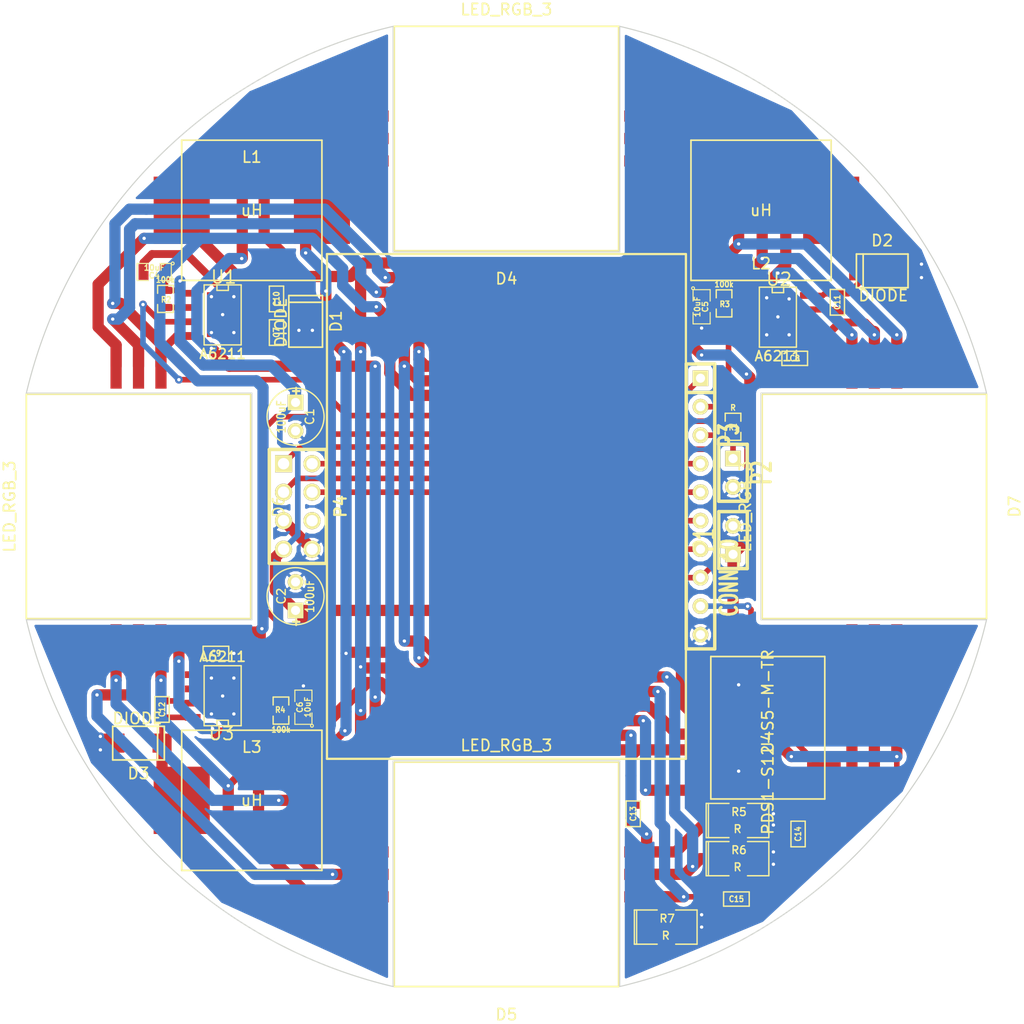
<source format=kicad_pcb>
(kicad_pcb (version 3) (host pcbnew "(2013-07-07 BZR 4022)-stable")

  (general
    (links 101)
    (no_connects 0)
    (area 154.925 104.925 246.075 196.075)
    (thickness 1.6)
    (drawings 22)
    (tracks 625)
    (zones 0)
    (modules 39)
    (nets 30)
  )

  (page A3)
  (layers
    (15 F.Cu signal)
    (0 B.Cu signal hide)
    (16 B.Adhes user)
    (17 F.Adhes user)
    (18 B.Paste user)
    (19 F.Paste user)
    (20 B.SilkS user)
    (21 F.SilkS user)
    (22 B.Mask user)
    (23 F.Mask user)
    (24 Dwgs.User user)
    (25 Cmts.User user)
    (26 Eco1.User user)
    (27 Eco2.User user)
    (28 Edge.Cuts user)
  )

  (setup
    (last_trace_width 0.7)
    (user_trace_width 0.3)
    (user_trace_width 0.4)
    (user_trace_width 0.5)
    (user_trace_width 0.7)
    (user_trace_width 1)
    (user_trace_width 2)
    (trace_clearance 0.2)
    (zone_clearance 0.4)
    (zone_45_only no)
    (trace_min 0.2)
    (segment_width 0.2)
    (edge_width 0.1)
    (via_size 0.7)
    (via_drill 0.3)
    (via_min_size 0.7)
    (via_min_drill 0.3)
    (uvia_size 0.508)
    (uvia_drill 0.127)
    (uvias_allowed no)
    (uvia_min_size 0.508)
    (uvia_min_drill 0.127)
    (pcb_text_width 0.3)
    (pcb_text_size 1.5 1.5)
    (mod_edge_width 0.15)
    (mod_text_size 1 1)
    (mod_text_width 0.15)
    (pad_size 1.5 3)
    (pad_drill 0)
    (pad_to_mask_clearance 0)
    (aux_axis_origin 0 0)
    (visible_elements 7FFE7FFD)
    (pcbplotparams
      (layerselection 284196865)
      (usegerberextensions true)
      (excludeedgelayer true)
      (linewidth 0.150000)
      (plotframeref false)
      (viasonmask false)
      (mode 1)
      (useauxorigin false)
      (hpglpennumber 1)
      (hpglpenspeed 20)
      (hpglpendiameter 15)
      (hpglpenoverlay 2)
      (psnegative false)
      (psa4output false)
      (plotreference false)
      (plotvalue false)
      (plotothertext false)
      (plotinvisibletext false)
      (padsonsilk false)
      (subtractmaskfromsilk false)
      (outputformat 1)
      (mirror false)
      (drillshape 0)
      (scaleselection 1)
      (outputdirectory gerbers/))
  )

  (net 0 "")
  (net 1 /12V)
  (net 2 /3.3V)
  (net 3 /5V)
  (net 4 /GPIO0)
  (net 5 /GPIO12)
  (net 6 /GPIO13)
  (net 7 /GPIO14)
  (net 8 /GPIO15)
  (net 9 /GPIO16)
  (net 10 /GPIO2)
  (net 11 GND)
  (net 12 N-000001)
  (net 13 N-0000010)
  (net 14 N-0000011)
  (net 15 N-0000012)
  (net 16 N-0000018)
  (net 17 N-0000019)
  (net 18 N-000002)
  (net 19 N-0000020)
  (net 20 N-0000021)
  (net 21 N-0000022)
  (net 22 N-0000023)
  (net 23 N-000003)
  (net 24 N-000004)
  (net 25 N-000005)
  (net 26 N-000006)
  (net 27 N-000007)
  (net 28 N-000008)
  (net 29 N-000009)

  (net_class Default "This is the default net class."
    (clearance 0.2)
    (trace_width 0.2)
    (via_dia 0.7)
    (via_drill 0.3)
    (uvia_dia 0.508)
    (uvia_drill 0.127)
    (add_net "")
    (add_net /12V)
    (add_net /3.3V)
    (add_net /5V)
    (add_net /GPIO0)
    (add_net /GPIO12)
    (add_net /GPIO13)
    (add_net /GPIO14)
    (add_net /GPIO15)
    (add_net /GPIO16)
    (add_net /GPIO2)
    (add_net GND)
    (add_net N-000001)
    (add_net N-0000010)
    (add_net N-0000011)
    (add_net N-0000012)
    (add_net N-0000018)
    (add_net N-0000019)
    (add_net N-000002)
    (add_net N-0000020)
    (add_net N-0000021)
    (add_net N-0000022)
    (add_net N-0000023)
    (add_net N-000003)
    (add_net N-000004)
    (add_net N-000005)
    (add_net N-000006)
    (add_net N-000007)
    (add_net N-000008)
    (add_net N-000009)
  )

  (module SO8_WITH_EP (layer F.Cu) (tedit 4F33A7F1) (tstamp 55CA1507)
    (at 174.7 132.9 270)
    (descr "SO8 with exposed pad")
    (tags "SMD SO8")
    (path /55CA077A)
    (attr smd)
    (fp_text reference U1 (at -3.35026 -0.09906 360) (layer F.SilkS)
      (effects (font (size 1.143 1.143) (thickness 0.1524)))
    )
    (fp_text value A6211 (at 3.50012 0 360) (layer F.SilkS)
      (effects (font (size 0.889 0.889) (thickness 0.1524)))
    )
    (fp_line (start 2.70002 1.651) (end -2.64922 1.651) (layer F.SilkS) (width 0.127))
    (fp_line (start -2.64922 -1.651) (end 2.70002 -1.651) (layer F.SilkS) (width 0.127))
    (fp_line (start 2.70002 -1.651) (end 2.70002 1.651) (layer F.SilkS) (width 0.127))
    (fp_line (start -2.64922 -1.651) (end -2.64922 1.651) (layer F.SilkS) (width 0.127))
    (fp_line (start -2.667 -0.508) (end -2.159 -0.508) (layer F.SilkS) (width 0.127))
    (fp_line (start -2.159 -0.508) (end -2.159 0.508) (layer F.SilkS) (width 0.127))
    (fp_line (start -2.159 0.508) (end -2.667 0.508) (layer F.SilkS) (width 0.127))
    (pad 8 smd rect (at -1.905 -2.667 270) (size 0.59944 1.39954)
      (layers F.Cu F.Paste F.Mask)
      (net 29 N-000009)
    )
    (pad 1 smd rect (at -1.905 2.667 270) (size 0.59944 1.39954)
      (layers F.Cu F.Paste F.Mask)
      (net 1 /12V)
    )
    (pad 7 smd rect (at -0.635 -2.667 270) (size 0.59944 1.39954)
      (layers F.Cu F.Paste F.Mask)
      (net 28 N-000008)
    )
    (pad 6 smd rect (at 0.635 -2.667 270) (size 0.59944 1.39954)
      (layers F.Cu F.Paste F.Mask)
      (net 11 GND)
    )
    (pad 5 smd rect (at 1.905 -2.667 270) (size 0.59944 1.39954)
      (layers F.Cu F.Paste F.Mask)
      (net 16 N-0000018)
    )
    (pad 2 smd rect (at -0.635 2.667 270) (size 0.59944 1.39954)
      (layers F.Cu F.Paste F.Mask)
      (net 19 N-0000020)
    )
    (pad 3 smd rect (at 0.635 2.667 270) (size 0.59944 1.39954)
      (layers F.Cu F.Paste F.Mask)
      (net 7 /GPIO14)
    )
    (pad 4 smd rect (at 1.905 2.667 270) (size 0.59944 1.39954)
      (layers F.Cu F.Paste F.Mask)
      (net 20 N-0000021)
    )
    (pad 9 smd rect (at 0 0 270) (size 4.0005 2.79908)
      (layers F.Cu F.Paste F.Mask)
      (net 11 GND)
    )
    (model smd/cms_so8.wrl
      (at (xyz 0 0 0))
      (scale (xyz 0.5 0.32 0.5))
      (rotate (xyz 0 0 0))
    )
  )

  (module SO8_WITH_EP (layer F.Cu) (tedit 4F33A7F1) (tstamp 55CA151B)
    (at 174.7 166.9 90)
    (descr "SO8 with exposed pad")
    (tags "SMD SO8")
    (path /55C9F4C6)
    (attr smd)
    (fp_text reference U3 (at -3.35026 -0.09906 180) (layer F.SilkS)
      (effects (font (size 1.143 1.143) (thickness 0.1524)))
    )
    (fp_text value A6211 (at 3.50012 0 180) (layer F.SilkS)
      (effects (font (size 0.889 0.889) (thickness 0.1524)))
    )
    (fp_line (start 2.70002 1.651) (end -2.64922 1.651) (layer F.SilkS) (width 0.127))
    (fp_line (start -2.64922 -1.651) (end 2.70002 -1.651) (layer F.SilkS) (width 0.127))
    (fp_line (start 2.70002 -1.651) (end 2.70002 1.651) (layer F.SilkS) (width 0.127))
    (fp_line (start -2.64922 -1.651) (end -2.64922 1.651) (layer F.SilkS) (width 0.127))
    (fp_line (start -2.667 -0.508) (end -2.159 -0.508) (layer F.SilkS) (width 0.127))
    (fp_line (start -2.159 -0.508) (end -2.159 0.508) (layer F.SilkS) (width 0.127))
    (fp_line (start -2.159 0.508) (end -2.667 0.508) (layer F.SilkS) (width 0.127))
    (pad 8 smd rect (at -1.905 -2.667 90) (size 0.59944 1.39954)
      (layers F.Cu F.Paste F.Mask)
      (net 14 N-0000011)
    )
    (pad 1 smd rect (at -1.905 2.667 90) (size 0.59944 1.39954)
      (layers F.Cu F.Paste F.Mask)
      (net 1 /12V)
    )
    (pad 7 smd rect (at -0.635 -2.667 90) (size 0.59944 1.39954)
      (layers F.Cu F.Paste F.Mask)
      (net 13 N-0000010)
    )
    (pad 6 smd rect (at 0.635 -2.667 90) (size 0.59944 1.39954)
      (layers F.Cu F.Paste F.Mask)
      (net 11 GND)
    )
    (pad 5 smd rect (at 1.905 -2.667 90) (size 0.59944 1.39954)
      (layers F.Cu F.Paste F.Mask)
      (net 25 N-000005)
    )
    (pad 2 smd rect (at -0.635 2.667 90) (size 0.59944 1.39954)
      (layers F.Cu F.Paste F.Mask)
      (net 26 N-000006)
    )
    (pad 3 smd rect (at 0.635 2.667 90) (size 0.59944 1.39954)
      (layers F.Cu F.Paste F.Mask)
      (net 6 /GPIO13)
    )
    (pad 4 smd rect (at 1.905 2.667 90) (size 0.59944 1.39954)
      (layers F.Cu F.Paste F.Mask)
      (net 21 N-0000022)
    )
    (pad 9 smd rect (at 0 0 90) (size 4.0005 2.79908)
      (layers F.Cu F.Paste F.Mask)
      (net 11 GND)
    )
    (model smd/cms_so8.wrl
      (at (xyz 0 0 0))
      (scale (xyz 0.5 0.32 0.5))
      (rotate (xyz 0 0 0))
    )
  )

  (module SO8_WITH_EP (layer F.Cu) (tedit 4F33A7F1) (tstamp 55CA152F)
    (at 224.2 133.1 270)
    (descr "SO8 with exposed pad")
    (tags "SMD SO8")
    (path /55CA069B)
    (attr smd)
    (fp_text reference U2 (at -3.35026 -0.09906 360) (layer F.SilkS)
      (effects (font (size 1.143 1.143) (thickness 0.1524)))
    )
    (fp_text value A6211 (at 3.50012 0 360) (layer F.SilkS)
      (effects (font (size 0.889 0.889) (thickness 0.1524)))
    )
    (fp_line (start 2.70002 1.651) (end -2.64922 1.651) (layer F.SilkS) (width 0.127))
    (fp_line (start -2.64922 -1.651) (end 2.70002 -1.651) (layer F.SilkS) (width 0.127))
    (fp_line (start 2.70002 -1.651) (end 2.70002 1.651) (layer F.SilkS) (width 0.127))
    (fp_line (start -2.64922 -1.651) (end -2.64922 1.651) (layer F.SilkS) (width 0.127))
    (fp_line (start -2.667 -0.508) (end -2.159 -0.508) (layer F.SilkS) (width 0.127))
    (fp_line (start -2.159 -0.508) (end -2.159 0.508) (layer F.SilkS) (width 0.127))
    (fp_line (start -2.159 0.508) (end -2.667 0.508) (layer F.SilkS) (width 0.127))
    (pad 8 smd rect (at -1.905 -2.667 270) (size 0.59944 1.39954)
      (layers F.Cu F.Paste F.Mask)
      (net 23 N-000003)
    )
    (pad 1 smd rect (at -1.905 2.667 270) (size 0.59944 1.39954)
      (layers F.Cu F.Paste F.Mask)
      (net 1 /12V)
    )
    (pad 7 smd rect (at -0.635 -2.667 270) (size 0.59944 1.39954)
      (layers F.Cu F.Paste F.Mask)
      (net 18 N-000002)
    )
    (pad 6 smd rect (at 0.635 -2.667 270) (size 0.59944 1.39954)
      (layers F.Cu F.Paste F.Mask)
      (net 11 GND)
    )
    (pad 5 smd rect (at 1.905 -2.667 270) (size 0.59944 1.39954)
      (layers F.Cu F.Paste F.Mask)
      (net 27 N-000007)
    )
    (pad 2 smd rect (at -0.635 2.667 270) (size 0.59944 1.39954)
      (layers F.Cu F.Paste F.Mask)
      (net 24 N-000004)
    )
    (pad 3 smd rect (at 0.635 2.667 270) (size 0.59944 1.39954)
      (layers F.Cu F.Paste F.Mask)
      (net 5 /GPIO12)
    )
    (pad 4 smd rect (at 1.905 2.667 270) (size 0.59944 1.39954)
      (layers F.Cu F.Paste F.Mask)
      (net 12 N-000001)
    )
    (pad 9 smd rect (at 0 0 270) (size 4.0005 2.79908)
      (layers F.Cu F.Paste F.Mask)
      (net 11 GND)
    )
    (model smd/cms_so8.wrl
      (at (xyz 0 0 0))
      (scale (xyz 0.5 0.32 0.5))
      (rotate (xyz 0 0 0))
    )
  )

  (module SM1210L (layer F.Cu) (tedit 51014C14) (tstamp 55CA153C)
    (at 214.2 187.5)
    (tags "CMS SM")
    (path /55C9FBF4)
    (attr smd)
    (fp_text reference R7 (at 0.127 -0.762) (layer F.SilkS)
      (effects (font (size 0.7 0.7) (thickness 0.127)))
    )
    (fp_text value R (at 0 0.762) (layer F.SilkS)
      (effects (font (size 0.7 0.7) (thickness 0.127)))
    )
    (fp_line (start -2.794 -1.524) (end -2.794 1.524) (layer F.SilkS) (width 0.127))
    (fp_line (start 0.889 1.524) (end 2.794 1.524) (layer F.SilkS) (width 0.127))
    (fp_line (start 2.794 1.524) (end 2.794 -1.524) (layer F.SilkS) (width 0.127))
    (fp_line (start 2.794 -1.524) (end 0.889 -1.524) (layer F.SilkS) (width 0.127))
    (fp_line (start -0.762 -1.524) (end -2.794 -1.524) (layer F.SilkS) (width 0.127))
    (fp_line (start -2.594 -1.524) (end -2.594 1.524) (layer F.SilkS) (width 0.127))
    (fp_line (start -2.794 1.524) (end -0.762 1.524) (layer F.SilkS) (width 0.127))
    (pad 1 smd rect (at -1.778 0) (size 1.778 2.794)
      (layers F.Cu F.Paste F.Mask)
      (net 20 N-0000021)
    )
    (pad 2 smd rect (at 1.778 0) (size 1.778 2.794)
      (layers F.Cu F.Paste F.Mask)
      (net 11 GND)
    )
    (model smd/chip_cms.wrl
      (at (xyz 0 0 0))
      (scale (xyz 0.2 0.2 0.2))
      (rotate (xyz 0 0 0))
    )
  )

  (module SM1210L (layer F.Cu) (tedit 51014C14) (tstamp 55CA1549)
    (at 220.6 181.4)
    (tags "CMS SM")
    (path /55C9FBEE)
    (attr smd)
    (fp_text reference R6 (at 0.127 -0.762) (layer F.SilkS)
      (effects (font (size 0.7 0.7) (thickness 0.127)))
    )
    (fp_text value R (at 0 0.762) (layer F.SilkS)
      (effects (font (size 0.7 0.7) (thickness 0.127)))
    )
    (fp_line (start -2.794 -1.524) (end -2.794 1.524) (layer F.SilkS) (width 0.127))
    (fp_line (start 0.889 1.524) (end 2.794 1.524) (layer F.SilkS) (width 0.127))
    (fp_line (start 2.794 1.524) (end 2.794 -1.524) (layer F.SilkS) (width 0.127))
    (fp_line (start 2.794 -1.524) (end 0.889 -1.524) (layer F.SilkS) (width 0.127))
    (fp_line (start -0.762 -1.524) (end -2.794 -1.524) (layer F.SilkS) (width 0.127))
    (fp_line (start -2.594 -1.524) (end -2.594 1.524) (layer F.SilkS) (width 0.127))
    (fp_line (start -2.794 1.524) (end -0.762 1.524) (layer F.SilkS) (width 0.127))
    (pad 1 smd rect (at -1.778 0) (size 1.778 2.794)
      (layers F.Cu F.Paste F.Mask)
      (net 12 N-000001)
    )
    (pad 2 smd rect (at 1.778 0) (size 1.778 2.794)
      (layers F.Cu F.Paste F.Mask)
      (net 11 GND)
    )
    (model smd/chip_cms.wrl
      (at (xyz 0 0 0))
      (scale (xyz 0.2 0.2 0.2))
      (rotate (xyz 0 0 0))
    )
  )

  (module SM1210L (layer F.Cu) (tedit 51014C14) (tstamp 55CA1556)
    (at 220.6 178)
    (tags "CMS SM")
    (path /55C9FBE1)
    (attr smd)
    (fp_text reference R5 (at 0.127 -0.762) (layer F.SilkS)
      (effects (font (size 0.7 0.7) (thickness 0.127)))
    )
    (fp_text value R (at 0 0.762) (layer F.SilkS)
      (effects (font (size 0.7 0.7) (thickness 0.127)))
    )
    (fp_line (start -2.794 -1.524) (end -2.794 1.524) (layer F.SilkS) (width 0.127))
    (fp_line (start 0.889 1.524) (end 2.794 1.524) (layer F.SilkS) (width 0.127))
    (fp_line (start 2.794 1.524) (end 2.794 -1.524) (layer F.SilkS) (width 0.127))
    (fp_line (start 2.794 -1.524) (end 0.889 -1.524) (layer F.SilkS) (width 0.127))
    (fp_line (start -0.762 -1.524) (end -2.794 -1.524) (layer F.SilkS) (width 0.127))
    (fp_line (start -2.594 -1.524) (end -2.594 1.524) (layer F.SilkS) (width 0.127))
    (fp_line (start -2.794 1.524) (end -0.762 1.524) (layer F.SilkS) (width 0.127))
    (pad 1 smd rect (at -1.778 0) (size 1.778 2.794)
      (layers F.Cu F.Paste F.Mask)
      (net 21 N-0000022)
    )
    (pad 2 smd rect (at 1.778 0) (size 1.778 2.794)
      (layers F.Cu F.Paste F.Mask)
      (net 11 GND)
    )
    (model smd/chip_cms.wrl
      (at (xyz 0 0 0))
      (scale (xyz 0.2 0.2 0.2))
      (rotate (xyz 0 0 0))
    )
  )

  (module SM0805 (layer F.Cu) (tedit 5091495C) (tstamp 55CA156D)
    (at 217.4 132.2 270)
    (path /55CA06D8)
    (attr smd)
    (fp_text reference C5 (at 0 -0.3175 270) (layer F.SilkS)
      (effects (font (size 0.50038 0.50038) (thickness 0.10922)))
    )
    (fp_text value 10uF (at 0 0.381 270) (layer F.SilkS)
      (effects (font (size 0.50038 0.50038) (thickness 0.10922)))
    )
    (fp_circle (center -1.651 0.762) (end -1.651 0.635) (layer F.SilkS) (width 0.09906))
    (fp_line (start -0.508 0.762) (end -1.524 0.762) (layer F.SilkS) (width 0.09906))
    (fp_line (start -1.524 0.762) (end -1.524 -0.762) (layer F.SilkS) (width 0.09906))
    (fp_line (start -1.524 -0.762) (end -0.508 -0.762) (layer F.SilkS) (width 0.09906))
    (fp_line (start 0.508 -0.762) (end 1.524 -0.762) (layer F.SilkS) (width 0.09906))
    (fp_line (start 1.524 -0.762) (end 1.524 0.762) (layer F.SilkS) (width 0.09906))
    (fp_line (start 1.524 0.762) (end 0.508 0.762) (layer F.SilkS) (width 0.09906))
    (pad 1 smd rect (at -0.9525 0 270) (size 0.889 1.397)
      (layers F.Cu F.Paste F.Mask)
      (net 1 /12V)
    )
    (pad 2 smd rect (at 0.9525 0 270) (size 0.889 1.397)
      (layers F.Cu F.Paste F.Mask)
      (net 11 GND)
    )
    (model smd/chip_cms.wrl
      (at (xyz 0 0 0))
      (scale (xyz 0.1 0.1 0.1))
      (rotate (xyz 0 0 0))
    )
  )

  (module SM0805 (layer F.Cu) (tedit 5091495C) (tstamp 55CA157A)
    (at 181.9 167.9 90)
    (path /55CA0224)
    (attr smd)
    (fp_text reference C6 (at 0 -0.3175 90) (layer F.SilkS)
      (effects (font (size 0.50038 0.50038) (thickness 0.10922)))
    )
    (fp_text value 10uF (at 0 0.381 90) (layer F.SilkS)
      (effects (font (size 0.50038 0.50038) (thickness 0.10922)))
    )
    (fp_circle (center -1.651 0.762) (end -1.651 0.635) (layer F.SilkS) (width 0.09906))
    (fp_line (start -0.508 0.762) (end -1.524 0.762) (layer F.SilkS) (width 0.09906))
    (fp_line (start -1.524 0.762) (end -1.524 -0.762) (layer F.SilkS) (width 0.09906))
    (fp_line (start -1.524 -0.762) (end -0.508 -0.762) (layer F.SilkS) (width 0.09906))
    (fp_line (start 0.508 -0.762) (end 1.524 -0.762) (layer F.SilkS) (width 0.09906))
    (fp_line (start 1.524 -0.762) (end 1.524 0.762) (layer F.SilkS) (width 0.09906))
    (fp_line (start 1.524 0.762) (end 0.508 0.762) (layer F.SilkS) (width 0.09906))
    (pad 1 smd rect (at -0.9525 0 90) (size 0.889 1.397)
      (layers F.Cu F.Paste F.Mask)
      (net 1 /12V)
    )
    (pad 2 smd rect (at 0.9525 0 90) (size 0.889 1.397)
      (layers F.Cu F.Paste F.Mask)
      (net 11 GND)
    )
    (model smd/chip_cms.wrl
      (at (xyz 0 0 0))
      (scale (xyz 0.1 0.1 0.1))
      (rotate (xyz 0 0 0))
    )
  )

  (module SM0805 (layer F.Cu) (tedit 5091495C) (tstamp 55CA1587)
    (at 168.6 129.1 180)
    (path /55CA07B7)
    (attr smd)
    (fp_text reference C4 (at 0 -0.3175 180) (layer F.SilkS)
      (effects (font (size 0.50038 0.50038) (thickness 0.10922)))
    )
    (fp_text value 10uF (at 0 0.381 180) (layer F.SilkS)
      (effects (font (size 0.50038 0.50038) (thickness 0.10922)))
    )
    (fp_circle (center -1.651 0.762) (end -1.651 0.635) (layer F.SilkS) (width 0.09906))
    (fp_line (start -0.508 0.762) (end -1.524 0.762) (layer F.SilkS) (width 0.09906))
    (fp_line (start -1.524 0.762) (end -1.524 -0.762) (layer F.SilkS) (width 0.09906))
    (fp_line (start -1.524 -0.762) (end -0.508 -0.762) (layer F.SilkS) (width 0.09906))
    (fp_line (start 0.508 -0.762) (end 1.524 -0.762) (layer F.SilkS) (width 0.09906))
    (fp_line (start 1.524 -0.762) (end 1.524 0.762) (layer F.SilkS) (width 0.09906))
    (fp_line (start 1.524 0.762) (end 0.508 0.762) (layer F.SilkS) (width 0.09906))
    (pad 1 smd rect (at -0.9525 0 180) (size 0.889 1.397)
      (layers F.Cu F.Paste F.Mask)
      (net 1 /12V)
    )
    (pad 2 smd rect (at 0.9525 0 180) (size 0.889 1.397)
      (layers F.Cu F.Paste F.Mask)
      (net 11 GND)
    )
    (model smd/chip_cms.wrl
      (at (xyz 0 0 0))
      (scale (xyz 0.1 0.1 0.1))
      (rotate (xyz 0 0 0))
    )
  )

  (module SM0603_Resistor (layer F.Cu) (tedit 5051B21B) (tstamp 55CA1593)
    (at 169.6 131.5 270)
    (path /55CA07AA)
    (attr smd)
    (fp_text reference R2 (at 0.0635 -0.0635 360) (layer F.SilkS)
      (effects (font (size 0.50038 0.4572) (thickness 0.1143)))
    )
    (fp_text value 100k (at -1.69926 0 360) (layer F.SilkS)
      (effects (font (size 0.508 0.4572) (thickness 0.1143)))
    )
    (fp_line (start -0.50038 -0.6985) (end -1.2065 -0.6985) (layer F.SilkS) (width 0.127))
    (fp_line (start -1.2065 -0.6985) (end -1.2065 0.6985) (layer F.SilkS) (width 0.127))
    (fp_line (start -1.2065 0.6985) (end -0.50038 0.6985) (layer F.SilkS) (width 0.127))
    (fp_line (start 1.2065 -0.6985) (end 0.50038 -0.6985) (layer F.SilkS) (width 0.127))
    (fp_line (start 1.2065 -0.6985) (end 1.2065 0.6985) (layer F.SilkS) (width 0.127))
    (fp_line (start 1.2065 0.6985) (end 0.50038 0.6985) (layer F.SilkS) (width 0.127))
    (pad 1 smd rect (at -0.762 0 270) (size 0.635 1.143)
      (layers F.Cu F.Paste F.Mask)
      (net 1 /12V)
    )
    (pad 2 smd rect (at 0.762 0 270) (size 0.635 1.143)
      (layers F.Cu F.Paste F.Mask)
      (net 19 N-0000020)
    )
    (model smd\resistors\R0603.wrl
      (at (xyz 0 0 0.001))
      (scale (xyz 0.5 0.5 0.5))
      (rotate (xyz 0 0 0))
    )
  )

  (module SM0603_Resistor (layer F.Cu) (tedit 5051B21B) (tstamp 55CA159F)
    (at 219.4 131.9 270)
    (path /55CA06CB)
    (attr smd)
    (fp_text reference R3 (at 0.0635 -0.0635 360) (layer F.SilkS)
      (effects (font (size 0.50038 0.4572) (thickness 0.1143)))
    )
    (fp_text value 100k (at -1.69926 0 360) (layer F.SilkS)
      (effects (font (size 0.508 0.4572) (thickness 0.1143)))
    )
    (fp_line (start -0.50038 -0.6985) (end -1.2065 -0.6985) (layer F.SilkS) (width 0.127))
    (fp_line (start -1.2065 -0.6985) (end -1.2065 0.6985) (layer F.SilkS) (width 0.127))
    (fp_line (start -1.2065 0.6985) (end -0.50038 0.6985) (layer F.SilkS) (width 0.127))
    (fp_line (start 1.2065 -0.6985) (end 0.50038 -0.6985) (layer F.SilkS) (width 0.127))
    (fp_line (start 1.2065 -0.6985) (end 1.2065 0.6985) (layer F.SilkS) (width 0.127))
    (fp_line (start 1.2065 0.6985) (end 0.50038 0.6985) (layer F.SilkS) (width 0.127))
    (pad 1 smd rect (at -0.762 0 270) (size 0.635 1.143)
      (layers F.Cu F.Paste F.Mask)
      (net 1 /12V)
    )
    (pad 2 smd rect (at 0.762 0 270) (size 0.635 1.143)
      (layers F.Cu F.Paste F.Mask)
      (net 24 N-000004)
    )
    (model smd\resistors\R0603.wrl
      (at (xyz 0 0 0.001))
      (scale (xyz 0.5 0.5 0.5))
      (rotate (xyz 0 0 0))
    )
  )

  (module SM0603_Resistor (layer F.Cu) (tedit 5051B21B) (tstamp 55CA15AB)
    (at 220.2 142.9 270)
    (path /55C9F02F)
    (attr smd)
    (fp_text reference R1 (at 0.0635 -0.0635 360) (layer F.SilkS)
      (effects (font (size 0.50038 0.4572) (thickness 0.1143)))
    )
    (fp_text value R (at -1.69926 0 360) (layer F.SilkS)
      (effects (font (size 0.508 0.4572) (thickness 0.1143)))
    )
    (fp_line (start -0.50038 -0.6985) (end -1.2065 -0.6985) (layer F.SilkS) (width 0.127))
    (fp_line (start -1.2065 -0.6985) (end -1.2065 0.6985) (layer F.SilkS) (width 0.127))
    (fp_line (start -1.2065 0.6985) (end -0.50038 0.6985) (layer F.SilkS) (width 0.127))
    (fp_line (start 1.2065 -0.6985) (end 0.50038 -0.6985) (layer F.SilkS) (width 0.127))
    (fp_line (start 1.2065 -0.6985) (end 1.2065 0.6985) (layer F.SilkS) (width 0.127))
    (fp_line (start 1.2065 0.6985) (end 0.50038 0.6985) (layer F.SilkS) (width 0.127))
    (pad 1 smd rect (at -0.762 0 270) (size 0.635 1.143)
      (layers F.Cu F.Paste F.Mask)
      (net 2 /3.3V)
    )
    (pad 2 smd rect (at 0.762 0 270) (size 0.635 1.143)
      (layers F.Cu F.Paste F.Mask)
      (net 9 /GPIO16)
    )
    (model smd\resistors\R0603.wrl
      (at (xyz 0 0 0.001))
      (scale (xyz 0.5 0.5 0.5))
      (rotate (xyz 0 0 0))
    )
  )

  (module SM0603_Resistor (layer F.Cu) (tedit 5051B21B) (tstamp 55CA15B7)
    (at 179.9 168.2 90)
    (path /55CA011F)
    (attr smd)
    (fp_text reference R4 (at 0.0635 -0.0635 180) (layer F.SilkS)
      (effects (font (size 0.50038 0.4572) (thickness 0.1143)))
    )
    (fp_text value 100k (at -1.69926 0 180) (layer F.SilkS)
      (effects (font (size 0.508 0.4572) (thickness 0.1143)))
    )
    (fp_line (start -0.50038 -0.6985) (end -1.2065 -0.6985) (layer F.SilkS) (width 0.127))
    (fp_line (start -1.2065 -0.6985) (end -1.2065 0.6985) (layer F.SilkS) (width 0.127))
    (fp_line (start -1.2065 0.6985) (end -0.50038 0.6985) (layer F.SilkS) (width 0.127))
    (fp_line (start 1.2065 -0.6985) (end 0.50038 -0.6985) (layer F.SilkS) (width 0.127))
    (fp_line (start 1.2065 -0.6985) (end 1.2065 0.6985) (layer F.SilkS) (width 0.127))
    (fp_line (start 1.2065 0.6985) (end 0.50038 0.6985) (layer F.SilkS) (width 0.127))
    (pad 1 smd rect (at -0.762 0 90) (size 0.635 1.143)
      (layers F.Cu F.Paste F.Mask)
      (net 1 /12V)
    )
    (pad 2 smd rect (at 0.762 0 90) (size 0.635 1.143)
      (layers F.Cu F.Paste F.Mask)
      (net 26 N-000006)
    )
    (model smd\resistors\R0603.wrl
      (at (xyz 0 0 0.001))
      (scale (xyz 0.5 0.5 0.5))
      (rotate (xyz 0 0 0))
    )
  )

  (module SM0603 (layer F.Cu) (tedit 4E43A3D1) (tstamp 55CA732C)
    (at 211.3 177.4 270)
    (path /55CA051D)
    (attr smd)
    (fp_text reference C13 (at 0 0 270) (layer F.SilkS)
      (effects (font (size 0.508 0.4572) (thickness 0.1143)))
    )
    (fp_text value 1uF (at 0 0 270) (layer F.SilkS) hide
      (effects (font (size 0.508 0.4572) (thickness 0.1143)))
    )
    (fp_line (start -1.143 -0.635) (end 1.143 -0.635) (layer F.SilkS) (width 0.127))
    (fp_line (start 1.143 -0.635) (end 1.143 0.635) (layer F.SilkS) (width 0.127))
    (fp_line (start 1.143 0.635) (end -1.143 0.635) (layer F.SilkS) (width 0.127))
    (fp_line (start -1.143 0.635) (end -1.143 -0.635) (layer F.SilkS) (width 0.127))
    (pad 1 smd rect (at -0.762 0 270) (size 0.635 1.143)
      (layers F.Cu F.Paste F.Mask)
      (net 15 N-0000012)
    )
    (pad 2 smd rect (at 0.762 0 270) (size 0.635 1.143)
      (layers F.Cu F.Paste F.Mask)
      (net 21 N-0000022)
    )
    (model smd\resistors\R0603.wrl
      (at (xyz 0 0 0.001))
      (scale (xyz 0.5 0.5 0.5))
      (rotate (xyz 0 0 0))
    )
  )

  (module SM0603 (layer F.Cu) (tedit 4E43A3D1) (tstamp 55CA15CB)
    (at 226 179.2 270)
    (path /55CA0517)
    (attr smd)
    (fp_text reference C14 (at 0 0 270) (layer F.SilkS)
      (effects (font (size 0.508 0.4572) (thickness 0.1143)))
    )
    (fp_text value 1uF (at 0 0 270) (layer F.SilkS) hide
      (effects (font (size 0.508 0.4572) (thickness 0.1143)))
    )
    (fp_line (start -1.143 -0.635) (end 1.143 -0.635) (layer F.SilkS) (width 0.127))
    (fp_line (start 1.143 -0.635) (end 1.143 0.635) (layer F.SilkS) (width 0.127))
    (fp_line (start 1.143 0.635) (end -1.143 0.635) (layer F.SilkS) (width 0.127))
    (fp_line (start -1.143 0.635) (end -1.143 -0.635) (layer F.SilkS) (width 0.127))
    (pad 1 smd rect (at -0.762 0 270) (size 0.635 1.143)
      (layers F.Cu F.Paste F.Mask)
      (net 22 N-0000023)
    )
    (pad 2 smd rect (at 0.762 0 270) (size 0.635 1.143)
      (layers F.Cu F.Paste F.Mask)
      (net 12 N-000001)
    )
    (model smd\resistors\R0603.wrl
      (at (xyz 0 0 0.001))
      (scale (xyz 0.5 0.5 0.5))
      (rotate (xyz 0 0 0))
    )
  )

  (module SM0603 (layer F.Cu) (tedit 4E43A3D1) (tstamp 55CA15D5)
    (at 229.5 131.8 90)
    (path /55CA06B7)
    (attr smd)
    (fp_text reference C11 (at 0 0 90) (layer F.SilkS)
      (effects (font (size 0.508 0.4572) (thickness 0.1143)))
    )
    (fp_text value 100nF (at 0 0 90) (layer F.SilkS) hide
      (effects (font (size 0.508 0.4572) (thickness 0.1143)))
    )
    (fp_line (start -1.143 -0.635) (end 1.143 -0.635) (layer F.SilkS) (width 0.127))
    (fp_line (start 1.143 -0.635) (end 1.143 0.635) (layer F.SilkS) (width 0.127))
    (fp_line (start 1.143 0.635) (end -1.143 0.635) (layer F.SilkS) (width 0.127))
    (fp_line (start -1.143 0.635) (end -1.143 -0.635) (layer F.SilkS) (width 0.127))
    (pad 1 smd rect (at -0.762 0 90) (size 0.635 1.143)
      (layers F.Cu F.Paste F.Mask)
      (net 18 N-000002)
    )
    (pad 2 smd rect (at 0.762 0 90) (size 0.635 1.143)
      (layers F.Cu F.Paste F.Mask)
      (net 23 N-000003)
    )
    (model smd\resistors\R0603.wrl
      (at (xyz 0 0 0.001))
      (scale (xyz 0.5 0.5 0.5))
      (rotate (xyz 0 0 0))
    )
  )

  (module SM0603 (layer F.Cu) (tedit 4E43A3D1) (tstamp 55CA15DF)
    (at 179.5 131.5 90)
    (path /55CA0796)
    (attr smd)
    (fp_text reference C10 (at 0 0 90) (layer F.SilkS)
      (effects (font (size 0.508 0.4572) (thickness 0.1143)))
    )
    (fp_text value 100nF (at 0 0 90) (layer F.SilkS) hide
      (effects (font (size 0.508 0.4572) (thickness 0.1143)))
    )
    (fp_line (start -1.143 -0.635) (end 1.143 -0.635) (layer F.SilkS) (width 0.127))
    (fp_line (start 1.143 -0.635) (end 1.143 0.635) (layer F.SilkS) (width 0.127))
    (fp_line (start 1.143 0.635) (end -1.143 0.635) (layer F.SilkS) (width 0.127))
    (fp_line (start -1.143 0.635) (end -1.143 -0.635) (layer F.SilkS) (width 0.127))
    (pad 1 smd rect (at -0.762 0 90) (size 0.635 1.143)
      (layers F.Cu F.Paste F.Mask)
      (net 28 N-000008)
    )
    (pad 2 smd rect (at 0.762 0 90) (size 0.635 1.143)
      (layers F.Cu F.Paste F.Mask)
      (net 29 N-000009)
    )
    (model smd\resistors\R0603.wrl
      (at (xyz 0 0 0.001))
      (scale (xyz 0.5 0.5 0.5))
      (rotate (xyz 0 0 0))
    )
  )

  (module SM0603 (layer F.Cu) (tedit 4E43A3D1) (tstamp 55CA15E9)
    (at 174.1 163.1)
    (path /55CA0422)
    (attr smd)
    (fp_text reference C9 (at 0 0) (layer F.SilkS)
      (effects (font (size 0.508 0.4572) (thickness 0.1143)))
    )
    (fp_text value 100nF (at 0 0) (layer F.SilkS) hide
      (effects (font (size 0.508 0.4572) (thickness 0.1143)))
    )
    (fp_line (start -1.143 -0.635) (end 1.143 -0.635) (layer F.SilkS) (width 0.127))
    (fp_line (start 1.143 -0.635) (end 1.143 0.635) (layer F.SilkS) (width 0.127))
    (fp_line (start 1.143 0.635) (end -1.143 0.635) (layer F.SilkS) (width 0.127))
    (fp_line (start -1.143 0.635) (end -1.143 -0.635) (layer F.SilkS) (width 0.127))
    (pad 1 smd rect (at -0.762 0) (size 0.635 1.143)
      (layers F.Cu F.Paste F.Mask)
      (net 25 N-000005)
    )
    (pad 2 smd rect (at 0.762 0) (size 0.635 1.143)
      (layers F.Cu F.Paste F.Mask)
      (net 11 GND)
    )
    (model smd\resistors\R0603.wrl
      (at (xyz 0 0 0.001))
      (scale (xyz 0.5 0.5 0.5))
      (rotate (xyz 0 0 0))
    )
  )

  (module SM0603 (layer F.Cu) (tedit 4E43A3D1) (tstamp 55CA15F3)
    (at 225.7 136.8 180)
    (path /55CA06F6)
    (attr smd)
    (fp_text reference C8 (at 0 0 180) (layer F.SilkS)
      (effects (font (size 0.508 0.4572) (thickness 0.1143)))
    )
    (fp_text value 100nF (at 0 0 180) (layer F.SilkS) hide
      (effects (font (size 0.508 0.4572) (thickness 0.1143)))
    )
    (fp_line (start -1.143 -0.635) (end 1.143 -0.635) (layer F.SilkS) (width 0.127))
    (fp_line (start 1.143 -0.635) (end 1.143 0.635) (layer F.SilkS) (width 0.127))
    (fp_line (start 1.143 0.635) (end -1.143 0.635) (layer F.SilkS) (width 0.127))
    (fp_line (start -1.143 0.635) (end -1.143 -0.635) (layer F.SilkS) (width 0.127))
    (pad 1 smd rect (at -0.762 0 180) (size 0.635 1.143)
      (layers F.Cu F.Paste F.Mask)
      (net 27 N-000007)
    )
    (pad 2 smd rect (at 0.762 0 180) (size 0.635 1.143)
      (layers F.Cu F.Paste F.Mask)
      (net 11 GND)
    )
    (model smd\resistors\R0603.wrl
      (at (xyz 0 0 0.001))
      (scale (xyz 0.5 0.5 0.5))
      (rotate (xyz 0 0 0))
    )
  )

  (module SM0603 (layer F.Cu) (tedit 4E43A3D1) (tstamp 55CA15FD)
    (at 169.3 168.1 270)
    (path /55C9F56A)
    (attr smd)
    (fp_text reference C12 (at 0 0 270) (layer F.SilkS)
      (effects (font (size 0.508 0.4572) (thickness 0.1143)))
    )
    (fp_text value 100nF (at 0 0 270) (layer F.SilkS) hide
      (effects (font (size 0.508 0.4572) (thickness 0.1143)))
    )
    (fp_line (start -1.143 -0.635) (end 1.143 -0.635) (layer F.SilkS) (width 0.127))
    (fp_line (start 1.143 -0.635) (end 1.143 0.635) (layer F.SilkS) (width 0.127))
    (fp_line (start 1.143 0.635) (end -1.143 0.635) (layer F.SilkS) (width 0.127))
    (fp_line (start -1.143 0.635) (end -1.143 -0.635) (layer F.SilkS) (width 0.127))
    (pad 1 smd rect (at -0.762 0 270) (size 0.635 1.143)
      (layers F.Cu F.Paste F.Mask)
      (net 13 N-0000010)
    )
    (pad 2 smd rect (at 0.762 0 270) (size 0.635 1.143)
      (layers F.Cu F.Paste F.Mask)
      (net 14 N-0000011)
    )
    (model smd\resistors\R0603.wrl
      (at (xyz 0 0 0.001))
      (scale (xyz 0.5 0.5 0.5))
      (rotate (xyz 0 0 0))
    )
  )

  (module SM0603 (layer F.Cu) (tedit 4E43A3D1) (tstamp 55CA1607)
    (at 179.5 134.5 90)
    (path /55CA07D5)
    (attr smd)
    (fp_text reference C7 (at 0 0 90) (layer F.SilkS)
      (effects (font (size 0.508 0.4572) (thickness 0.1143)))
    )
    (fp_text value 100nF (at 0 0 90) (layer F.SilkS) hide
      (effects (font (size 0.508 0.4572) (thickness 0.1143)))
    )
    (fp_line (start -1.143 -0.635) (end 1.143 -0.635) (layer F.SilkS) (width 0.127))
    (fp_line (start 1.143 -0.635) (end 1.143 0.635) (layer F.SilkS) (width 0.127))
    (fp_line (start 1.143 0.635) (end -1.143 0.635) (layer F.SilkS) (width 0.127))
    (fp_line (start -1.143 0.635) (end -1.143 -0.635) (layer F.SilkS) (width 0.127))
    (pad 1 smd rect (at -0.762 0 90) (size 0.635 1.143)
      (layers F.Cu F.Paste F.Mask)
      (net 16 N-0000018)
    )
    (pad 2 smd rect (at 0.762 0 90) (size 0.635 1.143)
      (layers F.Cu F.Paste F.Mask)
      (net 11 GND)
    )
    (model smd\resistors\R0603.wrl
      (at (xyz 0 0 0.001))
      (scale (xyz 0.5 0.5 0.5))
      (rotate (xyz 0 0 0))
    )
  )

  (module SIL-2 (layer F.Cu) (tedit 200000) (tstamp 55CA1611)
    (at 220.2 153 90)
    (descr "Connecteurs 2 pins")
    (tags "CONN DEV")
    (path /55C9F069)
    (fp_text reference P1 (at 0 -2.54 90) (layer F.SilkS)
      (effects (font (size 1.72974 1.08712) (thickness 0.3048)))
    )
    (fp_text value CONN_2 (at 0 -2.54 90) (layer F.SilkS) hide
      (effects (font (size 1.524 1.016) (thickness 0.3048)))
    )
    (fp_line (start -2.54 1.27) (end -2.54 -1.27) (layer F.SilkS) (width 0.3048))
    (fp_line (start -2.54 -1.27) (end 2.54 -1.27) (layer F.SilkS) (width 0.3048))
    (fp_line (start 2.54 -1.27) (end 2.54 1.27) (layer F.SilkS) (width 0.3048))
    (fp_line (start 2.54 1.27) (end -2.54 1.27) (layer F.SilkS) (width 0.3048))
    (pad 1 thru_hole rect (at -1.27 0 90) (size 1.397 1.397) (drill 0.8128)
      (layers *.Cu *.Mask F.SilkS)
      (net 1 /12V)
    )
    (pad 2 thru_hole circle (at 1.27 0 90) (size 1.397 1.397) (drill 0.8128)
      (layers *.Cu *.Mask F.SilkS)
      (net 11 GND)
    )
  )

  (module SIL-2 (layer F.Cu) (tedit 200000) (tstamp 55CA161B)
    (at 220.2 147 270)
    (descr "Connecteurs 2 pins")
    (tags "CONN DEV")
    (path /55C9EFF1)
    (fp_text reference P2 (at 0 -2.54 270) (layer F.SilkS)
      (effects (font (size 1.72974 1.08712) (thickness 0.3048)))
    )
    (fp_text value CONN_2 (at 0 -2.54 270) (layer F.SilkS) hide
      (effects (font (size 1.524 1.016) (thickness 0.3048)))
    )
    (fp_line (start -2.54 1.27) (end -2.54 -1.27) (layer F.SilkS) (width 0.3048))
    (fp_line (start -2.54 -1.27) (end 2.54 -1.27) (layer F.SilkS) (width 0.3048))
    (fp_line (start 2.54 -1.27) (end 2.54 1.27) (layer F.SilkS) (width 0.3048))
    (fp_line (start 2.54 1.27) (end -2.54 1.27) (layer F.SilkS) (width 0.3048))
    (pad 1 thru_hole rect (at -1.27 0 270) (size 1.397 1.397) (drill 0.8128)
      (layers *.Cu *.Mask F.SilkS)
      (net 9 /GPIO16)
    )
    (pad 2 thru_hole circle (at 1.27 0 270) (size 1.397 1.397) (drill 0.8128)
      (layers *.Cu *.Mask F.SilkS)
      (net 11 GND)
    )
  )

  (module SIL-10   locked (layer F.Cu) (tedit 200000) (tstamp 55CA162E)
    (at 217.3 150 270)
    (descr "Connecteur 10 pins")
    (tags "CONN DEV")
    (path /55C9EEE4)
    (fp_text reference P3 (at -6.35 -2.54 270) (layer F.SilkS)
      (effects (font (size 1.72974 1.08712) (thickness 0.3048)))
    )
    (fp_text value CONN_10 (at 6.35 -2.54 270) (layer F.SilkS)
      (effects (font (size 1.524 1.016) (thickness 0.3048)))
    )
    (fp_line (start -12.7 1.27) (end -12.7 -1.27) (layer F.SilkS) (width 0.3048))
    (fp_line (start -12.7 -1.27) (end 12.7 -1.27) (layer F.SilkS) (width 0.3048))
    (fp_line (start 12.7 -1.27) (end 12.7 1.27) (layer F.SilkS) (width 0.3048))
    (fp_line (start 12.7 1.27) (end -12.7 1.27) (layer F.SilkS) (width 0.3048))
    (fp_line (start -10.16 1.27) (end -10.16 -1.27) (layer F.SilkS) (width 0.3048))
    (pad 1 thru_hole rect (at -11.43 0 270) (size 1.397 1.397) (drill 0.8128)
      (layers *.Cu *.Mask F.SilkS)
      (net 7 /GPIO14)
    )
    (pad 2 thru_hole circle (at -8.89 0 270) (size 1.397 1.397) (drill 0.8128)
      (layers *.Cu *.Mask F.SilkS)
      (net 5 /GPIO12)
    )
    (pad 3 thru_hole circle (at -6.35 0 270) (size 1.397 1.397) (drill 0.8128)
      (layers *.Cu *.Mask F.SilkS)
      (net 9 /GPIO16)
    )
    (pad 4 thru_hole circle (at -3.81 0 270) (size 1.397 1.397) (drill 0.8128)
      (layers *.Cu *.Mask F.SilkS)
      (net 6 /GPIO13)
    )
    (pad 5 thru_hole circle (at -1.27 0 270) (size 1.397 1.397) (drill 0.8128)
      (layers *.Cu *.Mask F.SilkS)
      (net 8 /GPIO15)
    )
    (pad 6 thru_hole circle (at 1.27 0 270) (size 1.397 1.397) (drill 0.8128)
      (layers *.Cu *.Mask F.SilkS)
      (net 10 /GPIO2)
    )
    (pad 7 thru_hole circle (at 3.81 0 270) (size 1.397 1.397) (drill 0.8128)
      (layers *.Cu *.Mask F.SilkS)
      (net 4 /GPIO0)
    )
    (pad 8 thru_hole circle (at 6.35 0 270) (size 1.397 1.397) (drill 0.8128)
      (layers *.Cu *.Mask F.SilkS)
      (net 2 /3.3V)
    )
    (pad 9 thru_hole circle (at 8.89 0 270) (size 1.397 1.397) (drill 0.8128)
      (layers *.Cu *.Mask F.SilkS)
      (net 3 /5V)
    )
    (pad 10 thru_hole circle (at 11.43 0 270) (size 1.397 1.397) (drill 0.8128)
      (layers *.Cu *.Mask F.SilkS)
      (net 11 GND)
    )
  )

  (module pin_array_4x2   locked (layer F.Cu) (tedit 3FAB90E6) (tstamp 55CA167A)
    (at 181.4 150 270)
    (descr "Double rangee de contacts 2 x 4 pins")
    (tags CONN)
    (path /55CA290C)
    (fp_text reference P4 (at 0 -3.81 270) (layer F.SilkS)
      (effects (font (size 1.016 1.016) (thickness 0.2032)))
    )
    (fp_text value CONN_8 (at 0 3.81 270) (layer F.SilkS) hide
      (effects (font (size 1.016 1.016) (thickness 0.2032)))
    )
    (fp_line (start -5.08 -2.54) (end 5.08 -2.54) (layer F.SilkS) (width 0.3048))
    (fp_line (start 5.08 -2.54) (end 5.08 2.54) (layer F.SilkS) (width 0.3048))
    (fp_line (start 5.08 2.54) (end -5.08 2.54) (layer F.SilkS) (width 0.3048))
    (fp_line (start -5.08 2.54) (end -5.08 -2.54) (layer F.SilkS) (width 0.3048))
    (pad 1 thru_hole rect (at -3.81 1.27 270) (size 1.524 1.524) (drill 1.016)
      (layers *.Cu *.Mask F.SilkS)
      (net 8 /GPIO15)
    )
    (pad 2 thru_hole circle (at -3.81 -1.27 270) (size 1.524 1.524) (drill 1.016)
      (layers *.Cu *.Mask F.SilkS)
      (net 10 /GPIO2)
    )
    (pad 3 thru_hole circle (at -1.27 1.27 270) (size 1.524 1.524) (drill 1.016)
      (layers *.Cu *.Mask F.SilkS)
      (net 4 /GPIO0)
    )
    (pad 4 thru_hole circle (at -1.27 -1.27 270) (size 1.524 1.524) (drill 1.016)
      (layers *.Cu *.Mask F.SilkS)
      (net 2 /3.3V)
    )
    (pad 5 thru_hole circle (at 1.27 1.27 270) (size 1.524 1.524) (drill 1.016)
      (layers *.Cu *.Mask F.SilkS)
      (net 11 GND)
    )
    (pad 6 thru_hole circle (at 1.27 -1.27 270) (size 1.524 1.524) (drill 1.016)
      (layers *.Cu *.Mask F.SilkS)
    )
    (pad 7 thru_hole circle (at 3.81 1.27 270) (size 1.524 1.524) (drill 1.016)
      (layers *.Cu *.Mask F.SilkS)
      (net 1 /12V)
    )
    (pad 8 thru_hole circle (at 3.81 -1.27 270) (size 1.524 1.524) (drill 1.016)
      (layers *.Cu *.Mask F.SilkS)
      (net 11 GND)
    )
    (model pin_array/pins_array_4x2.wrl
      (at (xyz 0 0 0))
      (scale (xyz 1 1 1))
      (rotate (xyz 0 0 0))
    )
  )

  (module IND_12.5x12.5mm (layer F.Cu) (tedit 55CA0CF0) (tstamp 55CA1684)
    (at 222.7 123.6)
    (path /55CA06A1)
    (fp_text reference L2 (at 0 4.75) (layer F.SilkS)
      (effects (font (size 1 1) (thickness 0.15)))
    )
    (fp_text value uH (at 0 0) (layer F.SilkS)
      (effects (font (size 1 1) (thickness 0.15)))
    )
    (fp_line (start -6.25 -6.25) (end 6.25 -6.25) (layer F.SilkS) (width 0.15))
    (fp_line (start 6.25 -6.25) (end 6.25 6.25) (layer F.SilkS) (width 0.15))
    (fp_line (start 6.25 6.25) (end -6.25 6.25) (layer F.SilkS) (width 0.15))
    (fp_line (start -6.25 6.25) (end -6.25 -6.25) (layer F.SilkS) (width 0.15))
    (pad 2 smd rect (at -6.25 0) (size 5 6)
      (layers F.Cu F.Paste F.Mask)
      (net 22 N-0000023)
    )
    (pad 1 smd rect (at 6.25 0) (size 5 6)
      (layers F.Cu F.Paste F.Mask)
      (net 23 N-000003)
    )
  )

  (module IND_12.5x12.5mm (layer F.Cu) (tedit 55CA0CF0) (tstamp 55CA168E)
    (at 177.3 123.6 180)
    (path /55CA0780)
    (fp_text reference L1 (at 0 4.75 180) (layer F.SilkS)
      (effects (font (size 1 1) (thickness 0.15)))
    )
    (fp_text value uH (at 0 0 180) (layer F.SilkS)
      (effects (font (size 1 1) (thickness 0.15)))
    )
    (fp_line (start -6.25 -6.25) (end 6.25 -6.25) (layer F.SilkS) (width 0.15))
    (fp_line (start 6.25 -6.25) (end 6.25 6.25) (layer F.SilkS) (width 0.15))
    (fp_line (start 6.25 6.25) (end -6.25 6.25) (layer F.SilkS) (width 0.15))
    (fp_line (start -6.25 6.25) (end -6.25 -6.25) (layer F.SilkS) (width 0.15))
    (pad 2 smd rect (at -6.25 0 180) (size 5 6)
      (layers F.Cu F.Paste F.Mask)
      (net 17 N-0000019)
    )
    (pad 1 smd rect (at 6.25 0 180) (size 5 6)
      (layers F.Cu F.Paste F.Mask)
      (net 29 N-000009)
    )
  )

  (module IND_12.5x12.5mm (layer F.Cu) (tedit 55CA0CF0) (tstamp 55CA1698)
    (at 177.3 176.2 180)
    (path /55C9F4D5)
    (fp_text reference L3 (at 0 4.75 180) (layer F.SilkS)
      (effects (font (size 1 1) (thickness 0.15)))
    )
    (fp_text value uH (at 0 0 180) (layer F.SilkS)
      (effects (font (size 1 1) (thickness 0.15)))
    )
    (fp_line (start -6.25 -6.25) (end 6.25 -6.25) (layer F.SilkS) (width 0.15))
    (fp_line (start 6.25 -6.25) (end 6.25 6.25) (layer F.SilkS) (width 0.15))
    (fp_line (start 6.25 6.25) (end -6.25 6.25) (layer F.SilkS) (width 0.15))
    (fp_line (start -6.25 6.25) (end -6.25 -6.25) (layer F.SilkS) (width 0.15))
    (pad 2 smd rect (at -6.25 0 180) (size 5 6)
      (layers F.Cu F.Paste F.Mask)
      (net 15 N-0000012)
    )
    (pad 1 smd rect (at 6.25 0 180) (size 5 6)
      (layers F.Cu F.Paste F.Mask)
      (net 14 N-0000011)
    )
  )

  (module DIODE_SMA (layer F.Cu) (tedit 53F8B7C6) (tstamp 55CA16A3)
    (at 233.5 129 180)
    (path /55CA06A7)
    (fp_text reference D2 (at 0 2.7 180) (layer F.SilkS)
      (effects (font (size 1 1) (thickness 0.15)))
    )
    (fp_text value DIODE (at -0.1 -2.2 180) (layer F.SilkS)
      (effects (font (size 1 1) (thickness 0.15)))
    )
    (fp_line (start 1.7 -1.5) (end 1.7 1.5) (layer F.SilkS) (width 0.15))
    (fp_line (start -2.3 -1.5) (end 2.3 -1.5) (layer F.SilkS) (width 0.15))
    (fp_line (start 2.3 -1.5) (end 2.3 1.5) (layer F.SilkS) (width 0.15))
    (fp_line (start 2.3 1.5) (end -2.3 1.5) (layer F.SilkS) (width 0.15))
    (fp_line (start -2.3 1.5) (end -2.3 -1.5) (layer F.SilkS) (width 0.15))
    (pad 1 smd rect (at -2.1 0 180) (size 1.7 1.7)
      (layers F.Cu F.Paste F.Mask)
      (net 11 GND)
    )
    (pad 2 smd rect (at 2.1 0 180) (size 1.7 1.7)
      (layers F.Cu F.Paste F.Mask)
      (net 23 N-000003)
    )
  )

  (module DIODE_SMA (layer F.Cu) (tedit 53F8B7C6) (tstamp 55CA16AE)
    (at 182.1 133.5 90)
    (path /55CA0786)
    (fp_text reference D1 (at 0 2.7 90) (layer F.SilkS)
      (effects (font (size 1 1) (thickness 0.15)))
    )
    (fp_text value DIODE (at -0.1 -2.2 90) (layer F.SilkS)
      (effects (font (size 1 1) (thickness 0.15)))
    )
    (fp_line (start 1.7 -1.5) (end 1.7 1.5) (layer F.SilkS) (width 0.15))
    (fp_line (start -2.3 -1.5) (end 2.3 -1.5) (layer F.SilkS) (width 0.15))
    (fp_line (start 2.3 -1.5) (end 2.3 1.5) (layer F.SilkS) (width 0.15))
    (fp_line (start 2.3 1.5) (end -2.3 1.5) (layer F.SilkS) (width 0.15))
    (fp_line (start -2.3 1.5) (end -2.3 -1.5) (layer F.SilkS) (width 0.15))
    (pad 1 smd rect (at -2.1 0 90) (size 1.7 1.7)
      (layers F.Cu F.Paste F.Mask)
      (net 11 GND)
    )
    (pad 2 smd rect (at 2.1 0 90) (size 1.7 1.7)
      (layers F.Cu F.Paste F.Mask)
      (net 29 N-000009)
    )
  )

  (module DIODE_SMA (layer F.Cu) (tedit 53F8B7C6) (tstamp 55CA16B9)
    (at 167.2 171.1)
    (path /55C9F4E4)
    (fp_text reference D3 (at 0 2.7) (layer F.SilkS)
      (effects (font (size 1 1) (thickness 0.15)))
    )
    (fp_text value DIODE (at -0.1 -2.2) (layer F.SilkS)
      (effects (font (size 1 1) (thickness 0.15)))
    )
    (fp_line (start 1.7 -1.5) (end 1.7 1.5) (layer F.SilkS) (width 0.15))
    (fp_line (start -2.3 -1.5) (end 2.3 -1.5) (layer F.SilkS) (width 0.15))
    (fp_line (start 2.3 -1.5) (end 2.3 1.5) (layer F.SilkS) (width 0.15))
    (fp_line (start 2.3 1.5) (end -2.3 1.5) (layer F.SilkS) (width 0.15))
    (fp_line (start -2.3 1.5) (end -2.3 -1.5) (layer F.SilkS) (width 0.15))
    (pad 1 smd rect (at -2.1 0) (size 1.7 1.7)
      (layers F.Cu F.Paste F.Mask)
      (net 11 GND)
    )
    (pad 2 smd rect (at 2.1 0) (size 1.7 1.7)
      (layers F.Cu F.Paste F.Mask)
      (net 14 N-0000011)
    )
  )

  (module C1V5 (layer F.Cu) (tedit 3E070CF4) (tstamp 55CA16C9)
    (at 181.2 158 90)
    (descr "Condensateur e = 1 pas")
    (tags C)
    (path /55CA06DE)
    (fp_text reference C2 (at 0 -1.26746 90) (layer F.SilkS)
      (effects (font (size 0.762 0.762) (thickness 0.127)))
    )
    (fp_text value 100uF (at 0 1.27 90) (layer F.SilkS)
      (effects (font (size 0.762 0.635) (thickness 0.127)))
    )
    (fp_text user + (at -2.286 0 90) (layer F.SilkS)
      (effects (font (size 0.762 0.762) (thickness 0.2032)))
    )
    (fp_circle (center 0 0) (end 0.127 -2.54) (layer F.SilkS) (width 0.127))
    (pad 1 thru_hole rect (at -1.27 0 90) (size 1.397 1.397) (drill 0.8128)
      (layers *.Cu *.Mask F.SilkS)
      (net 1 /12V)
    )
    (pad 2 thru_hole circle (at 1.27 0 90) (size 1.397 1.397) (drill 0.8128)
      (layers *.Cu *.Mask F.SilkS)
      (net 11 GND)
    )
    (model discret/c_vert_c1v5.wrl
      (at (xyz 0 0 0))
      (scale (xyz 1 1 1))
      (rotate (xyz 0 0 0))
    )
  )

  (module C1V5 (layer F.Cu) (tedit 3E070CF4) (tstamp 55CA16D1)
    (at 181.2 142 270)
    (descr "Condensateur e = 1 pas")
    (tags C)
    (path /55CA07BD)
    (fp_text reference C1 (at 0 -1.26746 270) (layer F.SilkS)
      (effects (font (size 0.762 0.762) (thickness 0.127)))
    )
    (fp_text value 100uF (at 0 1.27 270) (layer F.SilkS)
      (effects (font (size 0.762 0.635) (thickness 0.127)))
    )
    (fp_text user + (at -2.286 0 270) (layer F.SilkS)
      (effects (font (size 0.762 0.762) (thickness 0.2032)))
    )
    (fp_circle (center 0 0) (end 0.127 -2.54) (layer F.SilkS) (width 0.127))
    (pad 1 thru_hole rect (at -1.27 0 270) (size 1.397 1.397) (drill 0.8128)
      (layers *.Cu *.Mask F.SilkS)
      (net 1 /12V)
    )
    (pad 2 thru_hole circle (at 1.27 0 270) (size 1.397 1.397) (drill 0.8128)
      (layers *.Cu *.Mask F.SilkS)
      (net 11 GND)
    )
    (model discret/c_vert_c1v5.wrl
      (at (xyz 0 0 0))
      (scale (xyz 1 1 1))
      (rotate (xyz 0 0 0))
    )
  )

  (module SM0603 (layer F.Cu) (tedit 4E43A3D1) (tstamp 55CA1560)
    (at 220.5 185 180)
    (path /55CA0502)
    (attr smd)
    (fp_text reference C15 (at 0 0 180) (layer F.SilkS)
      (effects (font (size 0.508 0.4572) (thickness 0.1143)))
    )
    (fp_text value 1uF (at 0 0 180) (layer F.SilkS) hide
      (effects (font (size 0.508 0.4572) (thickness 0.1143)))
    )
    (fp_line (start -1.143 -0.635) (end 1.143 -0.635) (layer F.SilkS) (width 0.127))
    (fp_line (start 1.143 -0.635) (end 1.143 0.635) (layer F.SilkS) (width 0.127))
    (fp_line (start 1.143 0.635) (end -1.143 0.635) (layer F.SilkS) (width 0.127))
    (fp_line (start -1.143 0.635) (end -1.143 -0.635) (layer F.SilkS) (width 0.127))
    (pad 1 smd rect (at -0.762 0 180) (size 0.635 1.143)
      (layers F.Cu F.Paste F.Mask)
      (net 17 N-0000019)
    )
    (pad 2 smd rect (at 0.762 0 180) (size 0.635 1.143)
      (layers F.Cu F.Paste F.Mask)
      (net 20 N-0000021)
    )
    (model smd\resistors\R0603.wrl
      (at (xyz 0 0 0.001))
      (scale (xyz 0.5 0.5 0.5))
      (rotate (xyz 0 0 0))
    )
  )

  (module RGB_LED_10W (layer F.Cu) (tedit 55CA20B2) (tstamp 55CA163D)
    (at 232.8 150 90)
    (path /55C9FD0B)
    (fp_text reference D7 (at 0 12.5 90) (layer F.SilkS)
      (effects (font (size 1 1) (thickness 0.15)))
    )
    (fp_text value LED_RGB_3 (at 0 -11.5 90) (layer F.SilkS)
      (effects (font (size 1 1) (thickness 0.15)))
    )
    (fp_line (start -10 -10) (end 10 -10) (layer F.SilkS) (width 0.15))
    (fp_line (start 10 -10) (end 10 10) (layer F.SilkS) (width 0.15))
    (fp_line (start 10 10) (end -10 10) (layer F.SilkS) (width 0.15))
    (fp_line (start -10 10) (end -10 -10) (layer F.SilkS) (width 0.15))
    (pad 1 smd rect (at -12.5 -2 90) (size 4 1)
      (layers F.Cu F.Paste F.Mask)
      (net 15 N-0000012)
    )
    (pad 2 smd rect (at -12.5 0 90) (size 4 1)
      (layers F.Cu F.Paste F.Mask)
      (net 22 N-0000023)
    )
    (pad 3 smd rect (at -12.5 2 90) (size 4 1)
      (layers F.Cu F.Paste F.Mask)
      (net 17 N-0000019)
    )
    (pad 4 smd rect (at 12.5 2 90) (size 4 1)
      (layers F.Cu F.Paste F.Mask)
      (net 20 N-0000021)
    )
    (pad 5 smd rect (at 12.5 0 90) (size 4 1)
      (layers F.Cu F.Paste F.Mask)
      (net 12 N-000001)
    )
    (pad 6 smd rect (at 12.5 -2 90) (size 4 1)
      (layers F.Cu F.Paste F.Mask)
      (net 21 N-0000022)
    )
  )

  (module RGB_LED_10W (layer F.Cu) (tedit 55CA20B2) (tstamp 55CA164C)
    (at 167.2 150 90)
    (path /55C9FD05)
    (fp_text reference D6 (at 0 12.5 90) (layer F.SilkS)
      (effects (font (size 1 1) (thickness 0.15)))
    )
    (fp_text value LED_RGB_3 (at 0 -11.5 90) (layer F.SilkS)
      (effects (font (size 1 1) (thickness 0.15)))
    )
    (fp_line (start -10 -10) (end 10 -10) (layer F.SilkS) (width 0.15))
    (fp_line (start 10 -10) (end 10 10) (layer F.SilkS) (width 0.15))
    (fp_line (start 10 10) (end -10 10) (layer F.SilkS) (width 0.15))
    (fp_line (start -10 10) (end -10 -10) (layer F.SilkS) (width 0.15))
    (pad 1 smd rect (at -12.5 -2 90) (size 4 1)
      (layers F.Cu F.Paste F.Mask)
      (net 15 N-0000012)
    )
    (pad 2 smd rect (at -12.5 0 90) (size 4 1)
      (layers F.Cu F.Paste F.Mask)
      (net 22 N-0000023)
    )
    (pad 3 smd rect (at -12.5 2 90) (size 4 1)
      (layers F.Cu F.Paste F.Mask)
      (net 17 N-0000019)
    )
    (pad 4 smd rect (at 12.5 2 90) (size 4 1)
      (layers F.Cu F.Paste F.Mask)
      (net 20 N-0000021)
    )
    (pad 5 smd rect (at 12.5 0 90) (size 4 1)
      (layers F.Cu F.Paste F.Mask)
      (net 12 N-000001)
    )
    (pad 6 smd rect (at 12.5 -2 90) (size 4 1)
      (layers F.Cu F.Paste F.Mask)
      (net 21 N-0000022)
    )
  )

  (module RGB_LED_10W (layer F.Cu) (tedit 55CA20B2) (tstamp 55CA165B)
    (at 200 182.8)
    (path /55C9FCFF)
    (fp_text reference D5 (at 0 12.5) (layer F.SilkS)
      (effects (font (size 1 1) (thickness 0.15)))
    )
    (fp_text value LED_RGB_3 (at 0 -11.5) (layer F.SilkS)
      (effects (font (size 1 1) (thickness 0.15)))
    )
    (fp_line (start -10 -10) (end 10 -10) (layer F.SilkS) (width 0.15))
    (fp_line (start 10 -10) (end 10 10) (layer F.SilkS) (width 0.15))
    (fp_line (start 10 10) (end -10 10) (layer F.SilkS) (width 0.15))
    (fp_line (start -10 10) (end -10 -10) (layer F.SilkS) (width 0.15))
    (pad 1 smd rect (at -12.5 -2) (size 4 1)
      (layers F.Cu F.Paste F.Mask)
      (net 15 N-0000012)
    )
    (pad 2 smd rect (at -12.5 0) (size 4 1)
      (layers F.Cu F.Paste F.Mask)
      (net 22 N-0000023)
    )
    (pad 3 smd rect (at -12.5 2) (size 4 1)
      (layers F.Cu F.Paste F.Mask)
      (net 17 N-0000019)
    )
    (pad 4 smd rect (at 12.5 2) (size 4 1)
      (layers F.Cu F.Paste F.Mask)
      (net 20 N-0000021)
    )
    (pad 5 smd rect (at 12.5 0) (size 4 1)
      (layers F.Cu F.Paste F.Mask)
      (net 12 N-000001)
    )
    (pad 6 smd rect (at 12.5 -2) (size 4 1)
      (layers F.Cu F.Paste F.Mask)
      (net 21 N-0000022)
    )
  )

  (module RGB_LED_10W (layer F.Cu) (tedit 55CA20B2) (tstamp 55CA166A)
    (at 200 117.2)
    (path /55C9FBC8)
    (fp_text reference D4 (at 0 12.5) (layer F.SilkS)
      (effects (font (size 1 1) (thickness 0.15)))
    )
    (fp_text value LED_RGB_3 (at 0 -11.5) (layer F.SilkS)
      (effects (font (size 1 1) (thickness 0.15)))
    )
    (fp_line (start -10 -10) (end 10 -10) (layer F.SilkS) (width 0.15))
    (fp_line (start 10 -10) (end 10 10) (layer F.SilkS) (width 0.15))
    (fp_line (start 10 10) (end -10 10) (layer F.SilkS) (width 0.15))
    (fp_line (start -10 10) (end -10 -10) (layer F.SilkS) (width 0.15))
    (pad 1 smd rect (at -12.5 -2) (size 4 1)
      (layers F.Cu F.Paste F.Mask)
      (net 15 N-0000012)
    )
    (pad 2 smd rect (at -12.5 0) (size 4 1)
      (layers F.Cu F.Paste F.Mask)
      (net 22 N-0000023)
    )
    (pad 3 smd rect (at -12.5 2) (size 4 1)
      (layers F.Cu F.Paste F.Mask)
      (net 17 N-0000019)
    )
    (pad 4 smd rect (at 12.5 2) (size 4 1)
      (layers F.Cu F.Paste F.Mask)
      (net 20 N-0000021)
    )
    (pad 5 smd rect (at 12.5 0) (size 4 1)
      (layers F.Cu F.Paste F.Mask)
      (net 12 N-000001)
    )
    (pad 6 smd rect (at 12.5 -2) (size 4 1)
      (layers F.Cu F.Paste F.Mask)
      (net 21 N-0000022)
    )
  )

  (module PDS1-S12-S5-M-TR (layer F.Cu) (tedit 55CA64C4) (tstamp 55CA64EA)
    (at 223.3 171 270)
    (path /55CA67B9)
    (fp_text reference U4 (at 0 0 270) (layer F.SilkS)
      (effects (font (size 1 1) (thickness 0.15)))
    )
    (fp_text value PDS1-S12-S5-M-TR (at 0 0 270) (layer F.SilkS)
      (effects (font (size 1 1) (thickness 0.15)))
    )
    (fp_line (start 5.08 5.08) (end -7.62 5.08) (layer F.SilkS) (width 0.15))
    (fp_line (start -7.62 5.08) (end -7.62 -5.08) (layer F.SilkS) (width 0.15))
    (fp_line (start -7.62 -5.08) (end 5.08 -5.08) (layer F.SilkS) (width 0.15))
    (fp_line (start 5.08 -5.08) (end 5.08 5.08) (layer F.SilkS) (width 0.15))
    (pad 1 smd rect (at -5.08 5 270) (size 1.5 3)
      (layers F.Cu F.Paste F.Mask)
      (net 11 GND)
    )
    (pad 2 smd rect (at -2.54 5 270) (size 1.5 3)
      (layers F.Cu F.Paste F.Mask)
      (net 1 /12V)
    )
    (pad 4 smd rect (at 2.54 5 270) (size 1.5 3)
      (layers F.Cu F.Paste F.Mask)
      (net 11 GND)
    )
    (pad 5 smd rect (at 2.54 -5 270) (size 1.5 3)
      (layers F.Cu F.Paste F.Mask)
      (net 3 /5V)
    )
    (pad 8 smd rect (at -5.08 -5 270) (size 1.5 3)
      (layers F.Cu F.Paste F.Mask)
    )
  )

  (gr_circle (center 200 150) (end 244 150) (layer Eco1.User) (width 0.2))
  (gr_arc (start 200 150) (end 189.9 192.8) (angle 63.4) (layer Edge.Cuts) (width 0.1))
  (gr_arc (start 200 150) (end 157.2 139.9) (angle 63.4) (layer Edge.Cuts) (width 0.1))
  (gr_arc (start 200 150) (end 242.8 160.1) (angle 63.4) (layer Edge.Cuts) (width 0.1))
  (gr_arc (start 200 150) (end 210.1 107.2) (angle 63.4) (layer Edge.Cuts) (width 0.1))
  (gr_line (start 210.1 127.3) (end 210.1 107.2) (angle 90) (layer Edge.Cuts) (width 0.1))
  (gr_line (start 189.9 127.3) (end 210.1 127.3) (angle 90) (layer Edge.Cuts) (width 0.1))
  (gr_line (start 189.9 107.2) (end 189.9 127.3) (angle 90) (layer Edge.Cuts) (width 0.1))
  (gr_line (start 222.7 160.1) (end 242.8 160.1) (angle 90) (layer Edge.Cuts) (width 0.1))
  (gr_line (start 222.7 139.9) (end 222.7 160.1) (angle 90) (layer Edge.Cuts) (width 0.1))
  (gr_line (start 242.8 139.9) (end 222.7 139.9) (angle 90) (layer Edge.Cuts) (width 0.1))
  (gr_line (start 210.1 172.7) (end 210.1 192.8) (angle 90) (layer Edge.Cuts) (width 0.1))
  (gr_line (start 189.9 172.7) (end 210.1 172.7) (angle 90) (layer Edge.Cuts) (width 0.1))
  (gr_line (start 189.9 192.8) (end 189.9 172.7) (angle 90) (layer Edge.Cuts) (width 0.1))
  (gr_line (start 177.3 160.1) (end 157.2 160.1) (angle 90) (layer Edge.Cuts) (width 0.1))
  (gr_line (start 177.3 139.9) (end 177.3 160.1) (angle 90) (layer Edge.Cuts) (width 0.1))
  (gr_line (start 157.2 139.9) (end 177.3 139.9) (angle 90) (layer Edge.Cuts) (width 0.1))
  (gr_circle (center 200 150) (end 223 150) (layer Eco1.User) (width 0.2))
  (gr_line (start 184 127.5) (end 184 172.5) (angle 90) (layer F.SilkS) (width 0.2))
  (gr_line (start 216 127.5) (end 184 127.5) (angle 90) (layer F.SilkS) (width 0.2))
  (gr_line (start 216 172.5) (end 216 127.5) (angle 90) (layer F.SilkS) (width 0.2))
  (gr_line (start 184 172.5) (end 216 172.5) (angle 90) (layer F.SilkS) (width 0.2))

  (segment (start 215.6 163.5) (end 215.6 167.5) (width 1) (layer F.Cu) (net 1))
  (segment (start 216.56 168.46) (end 218.3 168.46) (width 1) (layer F.Cu) (net 1) (tstamp 55CA7B64))
  (segment (start 215.6 167.5) (end 216.56 168.46) (width 1) (layer F.Cu) (net 1) (tstamp 55CA7B63))
  (segment (start 181.9 168.8525) (end 182.5475 168.8525) (width 1) (layer F.Cu) (net 1))
  (segment (start 183.8 161.87) (end 181.2 159.27) (width 1) (layer F.Cu) (net 1) (tstamp 55CA7B4D))
  (segment (start 183.8 167.6) (end 183.8 161.87) (width 1) (layer F.Cu) (net 1) (tstamp 55CA7B4B))
  (segment (start 182.5475 168.8525) (end 183.8 167.6) (width 1) (layer F.Cu) (net 1) (tstamp 55CA7B46))
  (segment (start 180.13 153.81) (end 181.4 152.54) (width 0.5) (layer B.Cu) (net 1))
  (segment (start 179.8 142.13) (end 181.2 140.73) (width 0.5) (layer B.Cu) (net 1) (tstamp 55CA7A1F))
  (segment (start 179.8 144.3) (end 179.8 142.13) (width 0.5) (layer B.Cu) (net 1) (tstamp 55CA7A1E))
  (segment (start 180.1 144.6) (end 179.8 144.3) (width 0.5) (layer B.Cu) (net 1) (tstamp 55CA7A1C))
  (segment (start 180.8 144.6) (end 180.1 144.6) (width 0.5) (layer B.Cu) (net 1) (tstamp 55CA7A18))
  (segment (start 181.4 145.2) (end 180.8 144.6) (width 0.5) (layer B.Cu) (net 1) (tstamp 55CA7A11))
  (segment (start 181.4 152.54) (end 181.4 145.2) (width 0.5) (layer B.Cu) (net 1) (tstamp 55CA7A0A))
  (segment (start 181.2 140.73) (end 181.2 139.6) (width 1) (layer B.Cu) (net 1))
  (segment (start 181.2 139.6) (end 179 137.4) (width 1) (layer B.Cu) (net 1) (tstamp 55CA79D6))
  (segment (start 179 137.4) (end 173 137.4) (width 1) (layer B.Cu) (net 1) (tstamp 55CA79E0))
  (segment (start 173 137.4) (end 170.9 135.3) (width 1) (layer B.Cu) (net 1) (tstamp 55CA79E3))
  (segment (start 170.9 135.3) (end 170.9 129.9) (width 1) (layer B.Cu) (net 1) (tstamp 55CA79E5))
  (via (at 170.9 129.9) (size 0.7) (layers F.Cu B.Cu) (net 1))
  (segment (start 170.9 129.9) (end 170.895 129.905) (width 0.7) (layer F.Cu) (net 1) (tstamp 55CA79EA))
  (segment (start 170.895 129.905) (end 170.895 130.995) (width 0.7) (layer F.Cu) (net 1) (tstamp 55CA79EB))
  (segment (start 180.13 153.81) (end 179.4 154.54) (width 1) (layer F.Cu) (net 1))
  (segment (start 179.4 154.54) (end 179.4 157.47) (width 1) (layer F.Cu) (net 1) (tstamp 55CA7915))
  (segment (start 179.4 157.47) (end 181.2 159.27) (width 1) (layer F.Cu) (net 1) (tstamp 55CA7917))
  (segment (start 220.2 154.27) (end 220.2 161.6) (width 1) (layer F.Cu) (net 1))
  (segment (start 220.2 161.6) (end 218.3 163.5) (width 1) (layer F.Cu) (net 1) (tstamp 55CA7908))
  (segment (start 218.3 163.5) (end 215.6 163.5) (width 1) (layer F.Cu) (net 1) (tstamp 55CA790B))
  (segment (start 215.6 163.5) (end 198.3 163.5) (width 1) (layer F.Cu) (net 1) (tstamp 55CA7B61))
  (segment (start 198.3 163.5) (end 194.07 159.27) (width 1) (layer F.Cu) (net 1) (tstamp 55CA790C))
  (segment (start 194.07 159.27) (end 181.2 159.27) (width 1) (layer F.Cu) (net 1) (tstamp 55CA7911))
  (segment (start 221.4 138.2) (end 219.7 136.5) (width 1) (layer B.Cu) (net 1))
  (segment (start 221.7 152.77) (end 221.7 138.5) (width 1) (layer F.Cu) (net 1) (tstamp 55CA7883))
  (segment (start 221.7 138.5) (end 221.4 138.2) (width 1) (layer F.Cu) (net 1) (tstamp 55CA7887))
  (via (at 221.4 138.2) (size 0.7) (layers F.Cu B.Cu) (net 1))
  (segment (start 220.2 154.27) (end 221.7 152.77) (width 1) (layer F.Cu) (net 1))
  (segment (start 215.9525 131.2475) (end 217.4 131.2475) (width 1) (layer F.Cu) (net 1) (tstamp 55CA78AB))
  (segment (start 215.2 132) (end 215.9525 131.2475) (width 1) (layer F.Cu) (net 1) (tstamp 55CA78A9))
  (segment (start 215.2 134.3) (end 215.2 132) (width 1) (layer F.Cu) (net 1) (tstamp 55CA78A6))
  (segment (start 217.4 136.5) (end 215.2 134.3) (width 1) (layer F.Cu) (net 1) (tstamp 55CA78A5))
  (via (at 217.4 136.5) (size 0.7) (layers F.Cu B.Cu) (net 1))
  (segment (start 219.7 136.5) (end 217.4 136.5) (width 1) (layer B.Cu) (net 1) (tstamp 55CA78A0))
  (segment (start 169.6 130.738) (end 169.6 129.1475) (width 0.5) (layer F.Cu) (net 1))
  (segment (start 169.6 129.1475) (end 169.5525 129.1) (width 0.5) (layer F.Cu) (net 1) (tstamp 55CA65B4))
  (segment (start 179.9 168.962) (end 181.7905 168.962) (width 0.5) (layer F.Cu) (net 1))
  (segment (start 181.7905 168.962) (end 181.9 168.8525) (width 0.5) (layer F.Cu) (net 1) (tstamp 55CA2A64))
  (segment (start 177.367 168.805) (end 178.405 168.805) (width 0.5) (layer F.Cu) (net 1))
  (segment (start 178.562 168.962) (end 179.9 168.962) (width 0.5) (layer F.Cu) (net 1) (tstamp 55CA2A61))
  (segment (start 178.405 168.805) (end 178.562 168.962) (width 0.5) (layer F.Cu) (net 1) (tstamp 55CA2A60))
  (segment (start 172.033 130.995) (end 170.895 130.995) (width 0.5) (layer F.Cu) (net 1))
  (segment (start 170.638 130.738) (end 169.6 130.738) (width 0.5) (layer F.Cu) (net 1) (tstamp 55CA2A33))
  (segment (start 170.895 130.995) (end 170.638 130.738) (width 0.5) (layer F.Cu) (net 1) (tstamp 55CA2A32))
  (segment (start 219.4 131.138) (end 217.5095 131.138) (width 0.5) (layer F.Cu) (net 1))
  (segment (start 217.5095 131.138) (end 217.4 131.2475) (width 0.5) (layer F.Cu) (net 1) (tstamp 55CA2A00))
  (segment (start 221.533 131.195) (end 219.457 131.195) (width 0.5) (layer F.Cu) (net 1))
  (segment (start 219.457 131.195) (end 219.4 131.138) (width 0.5) (layer F.Cu) (net 1) (tstamp 55CA29FD))
  (segment (start 219.4 142.4) (end 219.662 142.138) (width 0.5) (layer F.Cu) (net 2))
  (segment (start 219.662 142.138) (end 220.2 142.138) (width 0.5) (layer F.Cu) (net 2) (tstamp 55CA787B))
  (segment (start 219.338 142.4) (end 219.4 142.4) (width 0.5) (layer F.Cu) (net 2))
  (segment (start 219.4 142.4) (end 215.6 142.4) (width 0.5) (layer F.Cu) (net 2) (tstamp 55CA7879))
  (segment (start 218.8 154.85) (end 217.3 156.35) (width 0.5) (layer F.Cu) (net 2) (tstamp 55CA5FF7))
  (segment (start 218.8 145.7) (end 218.8 154.85) (width 0.5) (layer F.Cu) (net 2) (tstamp 55CA5FF3))
  (segment (start 218 144.9) (end 218.8 145.7) (width 0.5) (layer F.Cu) (net 2) (tstamp 55CA5FF0))
  (segment (start 216.1 144.9) (end 218 144.9) (width 0.5) (layer F.Cu) (net 2) (tstamp 55CA5FEE))
  (segment (start 215.2 144) (end 216.1 144.9) (width 0.5) (layer F.Cu) (net 2) (tstamp 55CA5FED))
  (segment (start 215.2 142.8) (end 215.2 144) (width 0.5) (layer F.Cu) (net 2) (tstamp 55CA5FEC))
  (segment (start 215.6 142.4) (end 215.2 142.8) (width 0.5) (layer F.Cu) (net 2) (tstamp 55CA5FEB))
  (segment (start 182.67 148.73) (end 199.93 148.73) (width 0.5) (layer F.Cu) (net 2))
  (segment (start 207.55 156.35) (end 217.3 156.35) (width 0.5) (layer F.Cu) (net 2) (tstamp 55CA5E87))
  (segment (start 199.93 148.73) (end 207.55 156.35) (width 0.5) (layer F.Cu) (net 2) (tstamp 55CA5E85))
  (segment (start 217.3 158.89) (end 221.49 158.89) (width 0.5) (layer B.Cu) (net 3))
  (segment (start 221.8 167.04) (end 224.66 169.9) (width 0.5) (layer F.Cu) (net 3) (tstamp 55CA78E1))
  (segment (start 221.8 159.2) (end 221.8 167.04) (width 0.5) (layer F.Cu) (net 3) (tstamp 55CA78CF))
  (segment (start 221.5 158.9) (end 221.8 159.2) (width 0.5) (layer F.Cu) (net 3) (tstamp 55CA78CE))
  (via (at 221.5 158.9) (size 0.7) (layers F.Cu B.Cu) (net 3))
  (segment (start 221.49 158.89) (end 221.5 158.9) (width 0.5) (layer B.Cu) (net 3) (tstamp 55CA78C9))
  (segment (start 228.3 173.54) (end 224.66 169.9) (width 0.5) (layer F.Cu) (net 3))
  (segment (start 180.13 148.73) (end 181.36 147.5) (width 0.5) (layer F.Cu) (net 4))
  (segment (start 209.71 153.81) (end 217.3 153.81) (width 0.5) (layer F.Cu) (net 4) (tstamp 55CA5E81))
  (segment (start 203.4 147.5) (end 209.71 153.81) (width 0.5) (layer F.Cu) (net 4) (tstamp 55CA5E7C))
  (segment (start 181.36 147.5) (end 203.4 147.5) (width 0.5) (layer F.Cu) (net 4) (tstamp 55CA5E79))
  (segment (start 221.533 133.735) (end 220.265 133.735) (width 0.5) (layer F.Cu) (net 5))
  (segment (start 219.29 141.11) (end 217.3 141.11) (width 0.5) (layer F.Cu) (net 5) (tstamp 55CA2ABC))
  (segment (start 219.8 140.6) (end 219.29 141.11) (width 0.5) (layer F.Cu) (net 5) (tstamp 55CA2ABA))
  (segment (start 219.8 134.2) (end 219.8 140.6) (width 0.5) (layer F.Cu) (net 5) (tstamp 55CA2AB9))
  (segment (start 220.265 133.735) (end 219.8 134.2) (width 0.5) (layer F.Cu) (net 5) (tstamp 55CA2AB7))
  (segment (start 208.45 143.55) (end 184.05 143.55) (width 0.5) (layer F.Cu) (net 6))
  (segment (start 184.05 143.55) (end 182.5 142) (width 0.5) (layer F.Cu) (net 6) (tstamp 55CA7590))
  (segment (start 217.3 146.19) (end 211.09 146.19) (width 0.5) (layer F.Cu) (net 6))
  (segment (start 179.6 165.3) (end 178.635 166.265) (width 0.5) (layer F.Cu) (net 6) (tstamp 55CA5F20))
  (segment (start 179.6 160.3) (end 179.6 165.3) (width 0.5) (layer F.Cu) (net 6) (tstamp 55CA5F1E))
  (segment (start 178.1 158.8) (end 179.6 160.3) (width 0.5) (layer F.Cu) (net 6) (tstamp 55CA5F1B))
  (segment (start 178.1 143.4) (end 178.1 158.8) (width 0.5) (layer F.Cu) (net 6) (tstamp 55CA5F19))
  (segment (start 179.5 142) (end 178.1 143.4) (width 0.5) (layer F.Cu) (net 6) (tstamp 55CA5F18))
  (segment (start 182.5 142) (end 179.5 142) (width 0.5) (layer F.Cu) (net 6) (tstamp 55CA7595))
  (segment (start 211.09 146.19) (end 208.45 143.55) (width 0.5) (layer F.Cu) (net 6) (tstamp 55CA5F0A))
  (segment (start 177.367 166.265) (end 178.635 166.265) (width 0.5) (layer F.Cu) (net 6))
  (segment (start 172.033 133.535) (end 169.135 133.535) (width 0.5) (layer F.Cu) (net 7))
  (segment (start 170.8 138.7) (end 172.4 138.7) (width 0.5) (layer F.Cu) (net 7) (tstamp 55CA79AF))
  (via (at 170.8 138.7) (size 0.7) (layers F.Cu B.Cu) (net 7))
  (segment (start 167.6 135.5) (end 170.8 138.7) (width 0.5) (layer B.Cu) (net 7) (tstamp 55CA79A5))
  (segment (start 167.6 132) (end 167.6 135.5) (width 0.5) (layer B.Cu) (net 7) (tstamp 55CA79A4))
  (via (at 167.6 132) (size 0.7) (layers F.Cu B.Cu) (net 7))
  (segment (start 169.135 133.535) (end 167.6 132) (width 0.5) (layer F.Cu) (net 7) (tstamp 55CA799C))
  (segment (start 217.3 138.57) (end 213.97 141.9) (width 0.5) (layer F.Cu) (net 7))
  (segment (start 175.2 138.7) (end 172.4 138.7) (width 0.5) (layer F.Cu) (net 7))
  (segment (start 175.2 138.7) (end 182.6 138.7) (width 0.5) (layer F.Cu) (net 7) (tstamp 55CA652E))
  (segment (start 213.97 141.9) (end 185.8 141.9) (width 0.5) (layer F.Cu) (net 7) (tstamp 55CA74D2))
  (segment (start 185.8 141.9) (end 182.6 138.7) (width 0.5) (layer F.Cu) (net 7) (tstamp 55CA74D6))
  (segment (start 180.13 146.19) (end 181.62 144.7) (width 0.5) (layer F.Cu) (net 8))
  (segment (start 210.73 148.73) (end 217.3 148.73) (width 0.5) (layer F.Cu) (net 8) (tstamp 55CA5E98))
  (segment (start 206.7 144.7) (end 210.73 148.73) (width 0.5) (layer F.Cu) (net 8) (tstamp 55CA5E96))
  (segment (start 181.62 144.7) (end 206.7 144.7) (width 0.5) (layer F.Cu) (net 8) (tstamp 55CA5E91))
  (segment (start 220.2 143.662) (end 220.188 143.65) (width 0.5) (layer F.Cu) (net 9))
  (segment (start 220.188 143.65) (end 217.3 143.65) (width 0.5) (layer F.Cu) (net 9) (tstamp 55CA7880))
  (segment (start 220.2 145.73) (end 220.2 143.662) (width 0.5) (layer F.Cu) (net 9))
  (segment (start 182.67 146.19) (end 205.09 146.19) (width 0.5) (layer F.Cu) (net 10))
  (segment (start 210.17 151.27) (end 217.3 151.27) (width 0.5) (layer F.Cu) (net 10) (tstamp 55CA5E75))
  (segment (start 205.09 146.19) (end 210.17 151.27) (width 0.5) (layer F.Cu) (net 10) (tstamp 55CA5E72))
  (segment (start 180.13 151.27) (end 182.67 153.81) (width 1) (layer F.Cu) (net 11))
  (segment (start 218.3 165.92) (end 220.68 165.92) (width 1) (layer F.Cu) (net 11))
  (via (at 220.7 165.9) (size 0.7) (layers F.Cu B.Cu) (net 11))
  (segment (start 220.68 165.92) (end 220.7 165.9) (width 1) (layer F.Cu) (net 11) (tstamp 55CA7751))
  (segment (start 218.3 173.54) (end 220.64 173.54) (width 1) (layer F.Cu) (net 11))
  (via (at 220.7 173.6) (size 0.7) (layers F.Cu B.Cu) (net 11))
  (segment (start 220.64 173.54) (end 220.7 173.6) (width 1) (layer F.Cu) (net 11) (tstamp 55CA7747))
  (segment (start 215.978 187.5) (end 217.4 187.5) (width 0.5) (layer F.Cu) (net 11))
  (via (at 217.4 187.5) (size 0.7) (layers F.Cu B.Cu) (net 11))
  (segment (start 215.978 187.5) (end 217.078 186.4) (width 0.5) (layer F.Cu) (net 11))
  (via (at 217.4 186.4) (size 0.7) (layers F.Cu B.Cu) (net 11))
  (segment (start 217.078 186.4) (end 217.4 186.4) (width 0.5) (layer F.Cu) (net 11) (tstamp 55CA7435))
  (segment (start 167.6475 129.1) (end 167.6475 128.2525) (width 0.7) (layer F.Cu) (net 11))
  (segment (start 174.7 130.7) (end 174.7 132.9) (width 0.7) (layer F.Cu) (net 11) (tstamp 55CA6EEF))
  (segment (start 171.5 127.5) (end 174.7 130.7) (width 0.7) (layer F.Cu) (net 11) (tstamp 55CA6EED))
  (segment (start 168.4 127.5) (end 171.5 127.5) (width 0.7) (layer F.Cu) (net 11) (tstamp 55CA6EEB))
  (segment (start 167.6475 128.2525) (end 168.4 127.5) (width 0.7) (layer F.Cu) (net 11) (tstamp 55CA6EE4))
  (via (at 175.7 163.1) (size 0.7) (layers F.Cu B.Cu) (net 11))
  (segment (start 174.862 163.1) (end 175.7 163.1) (width 0.5) (layer F.Cu) (net 11))
  (segment (start 164.5 171.7) (end 163.8 171.7) (width 0.5) (layer F.Cu) (net 11) (tstamp 55CA2B3E))
  (via (at 163.8 171.7) (size 0.7) (layers F.Cu B.Cu) (net 11))
  (segment (start 164.5 171.7) (end 165.1 171.1) (width 0.5) (layer F.Cu) (net 11))
  (segment (start 172.033 166.265) (end 174.065 166.265) (width 0.7) (layer F.Cu) (net 11))
  (segment (start 174.065 166.265) (end 174.7 166.9) (width 0.5) (layer F.Cu) (net 11) (tstamp 55CA5681))
  (segment (start 173.7 165.3) (end 175.7 165.3) (width 0.5) (layer B.Cu) (net 11))
  (segment (start 175.7 165.3) (end 175.7 168.5) (width 0.5) (layer B.Cu) (net 11))
  (segment (start 175.7 168.5) (end 173.7 168.5) (width 0.5) (layer B.Cu) (net 11) (tstamp 55CA5670))
  (segment (start 173.7 168.5) (end 173.7 165.3) (width 0.5) (layer B.Cu) (net 11) (tstamp 55CA5671))
  (segment (start 223.2 134.7) (end 225.2 134.7) (width 0.5) (layer B.Cu) (net 11))
  (segment (start 175.7 134.5) (end 173.7 134.5) (width 0.5) (layer B.Cu) (net 11))
  (segment (start 175.7 134.5) (end 175.7 131.3) (width 0.5) (layer B.Cu) (net 11))
  (segment (start 173.7 131.3) (end 175.7 131.3) (width 0.5) (layer B.Cu) (net 11))
  (segment (start 173.7 134.5) (end 173.7 131.3) (width 0.5) (layer B.Cu) (net 11))
  (segment (start 174.7 132.3) (end 174.7 132.9) (width 0.5) (layer F.Cu) (net 11) (tstamp 55CA5653))
  (via (at 173.7 131.3) (size 0.7) (layers F.Cu B.Cu) (net 11))
  (segment (start 173.7 131.3) (end 174.7 132.3) (width 0.5) (layer F.Cu) (net 11) (tstamp 55CA5652))
  (segment (start 175.7 131.9) (end 174.7 132.9) (width 0.5) (layer F.Cu) (net 11) (tstamp 55CA5625))
  (via (at 175.7 131.3) (size 0.7) (layers F.Cu B.Cu) (net 11))
  (segment (start 175.7 131.3) (end 175.7 131.9) (width 0.5) (layer F.Cu) (net 11) (tstamp 55CA5624))
  (segment (start 174.7 132.3) (end 175.7 131.3) (width 0.5) (layer B.Cu) (net 11) (tstamp 55CA561E))
  (segment (start 174.7 132.9) (end 174.7 132.3) (width 0.5) (layer B.Cu) (net 11))
  (segment (start 174.7 132.9) (end 174.7 133.5) (width 0.5) (layer B.Cu) (net 11))
  (segment (start 174.7 133.5) (end 173.7 134.5) (width 0.5) (layer B.Cu) (net 11) (tstamp 55CA5638))
  (segment (start 173.7 134.5) (end 174.7 133.5) (width 0.5) (layer F.Cu) (net 11) (tstamp 55CA563A))
  (via (at 173.7 134.5) (size 0.7) (layers F.Cu B.Cu) (net 11))
  (segment (start 174.7 133.5) (end 174.7 132.9) (width 0.5) (layer F.Cu) (net 11) (tstamp 55CA563B))
  (segment (start 174.7 133.5) (end 174.7 132.9) (width 0.5) (layer F.Cu) (net 11) (tstamp 55CA5635))
  (segment (start 175.7 134.5) (end 174.7 133.5) (width 0.5) (layer F.Cu) (net 11) (tstamp 55CA5634))
  (via (at 175.7 134.5) (size 0.7) (layers F.Cu B.Cu) (net 11))
  (segment (start 174.7 133.5) (end 175.7 134.5) (width 0.5) (layer B.Cu) (net 11) (tstamp 55CA562F))
  (segment (start 174.7 132.9) (end 174.7 132.3) (width 0.5) (layer B.Cu) (net 11))
  (via (at 174.7 132.9) (size 0.7) (layers F.Cu B.Cu) (net 11))
  (segment (start 174.7 132.9) (end 174.7 132.3) (width 0.5) (layer B.Cu) (net 11) (tstamp 55CA561D))
  (segment (start 223.2 131.4) (end 225.1 131.4) (width 0.5) (layer B.Cu) (net 11))
  (segment (start 225.1 131.4) (end 225.2 131.5) (width 0.5) (layer B.Cu) (net 11) (tstamp 55CA5610))
  (segment (start 225.2 131.5) (end 225.2 134.7) (width 0.5) (layer B.Cu) (net 11) (tstamp 55CA5611))
  (segment (start 223.2 134.7) (end 223.2 131.4) (width 0.5) (layer B.Cu) (net 11))
  (segment (start 224.2 132.4) (end 224.2 133.1) (width 0.5) (layer F.Cu) (net 11) (tstamp 55CA560D))
  (segment (start 223.2 131.4) (end 224.2 132.4) (width 0.5) (layer F.Cu) (net 11) (tstamp 55CA560C))
  (via (at 223.2 131.4) (size 0.7) (layers F.Cu B.Cu) (net 11))
  (segment (start 224.2 133.1) (end 224.2 132.5) (width 0.5) (layer B.Cu) (net 11))
  (segment (start 224.2 133.1) (end 224.2 133.7) (width 0.5) (layer B.Cu) (net 11))
  (segment (start 224.2 133.7) (end 223.2 134.7) (width 0.5) (layer B.Cu) (net 11) (tstamp 55CA55FE))
  (segment (start 223.2 134.7) (end 224.2 133.7) (width 0.5) (layer F.Cu) (net 11) (tstamp 55CA5600))
  (via (at 223.2 134.7) (size 0.7) (layers F.Cu B.Cu) (net 11))
  (segment (start 224.2 133.7) (end 224.2 133.1) (width 0.5) (layer F.Cu) (net 11) (tstamp 55CA5601))
  (segment (start 224.2 133.7) (end 224.2 133.1) (width 0.5) (layer F.Cu) (net 11) (tstamp 55CA55FB))
  (segment (start 225.2 134.7) (end 224.2 133.7) (width 0.5) (layer F.Cu) (net 11) (tstamp 55CA55FA))
  (via (at 225.2 134.7) (size 0.7) (layers F.Cu B.Cu) (net 11))
  (segment (start 224.2 133.7) (end 225.2 134.7) (width 0.5) (layer B.Cu) (net 11) (tstamp 55CA55F6))
  (segment (start 225.2 132.1) (end 224.2 133.1) (width 0.5) (layer F.Cu) (net 11) (tstamp 55CA55D3))
  (via (at 225.2 131.5) (size 0.7) (layers F.Cu B.Cu) (net 11))
  (segment (start 225.2 131.5) (end 225.2 132.1) (width 0.5) (layer F.Cu) (net 11) (tstamp 55CA55D2))
  (segment (start 224.2 132.5) (end 225.2 131.5) (width 0.5) (layer B.Cu) (net 11) (tstamp 55CA55CB))
  (segment (start 224.2 133.1) (end 224.2 132.5) (width 0.5) (layer B.Cu) (net 11))
  (via (at 224.2 133.1) (size 0.7) (layers F.Cu B.Cu) (net 11))
  (segment (start 224.2 133.1) (end 224.2 132.5) (width 0.5) (layer B.Cu) (net 11) (tstamp 55CA55CA))
  (segment (start 174.7 166.9) (end 174.7 166.3) (width 0.5) (layer B.Cu) (net 11))
  (segment (start 174.7 166.3) (end 173.7 165.3) (width 0.5) (layer B.Cu) (net 11) (tstamp 55CA55C3))
  (segment (start 173.7 165.3) (end 174.7 166.3) (width 0.5) (layer F.Cu) (net 11) (tstamp 55CA55C5))
  (via (at 173.7 165.3) (size 0.7) (layers F.Cu B.Cu) (net 11))
  (segment (start 174.7 166.3) (end 174.7 166.9) (width 0.5) (layer F.Cu) (net 11) (tstamp 55CA55C6))
  (segment (start 174.7 166.3) (end 174.7 166.9) (width 0.5) (layer F.Cu) (net 11) (tstamp 55CA55C0))
  (segment (start 175.7 165.3) (end 174.7 166.3) (width 0.5) (layer F.Cu) (net 11) (tstamp 55CA55BF))
  (via (at 175.7 165.3) (size 0.7) (layers F.Cu B.Cu) (net 11))
  (segment (start 174.7 166.3) (end 175.7 165.3) (width 0.5) (layer B.Cu) (net 11) (tstamp 55CA55BD))
  (segment (start 174.7 166.9) (end 174.7 167.5) (width 0.5) (layer B.Cu) (net 11))
  (segment (start 174.7 167.5) (end 175.7 168.5) (width 0.5) (layer B.Cu) (net 11) (tstamp 55CA55B5))
  (segment (start 175.7 168.5) (end 174.7 167.5) (width 0.5) (layer F.Cu) (net 11) (tstamp 55CA55B8))
  (via (at 175.7 168.5) (size 0.7) (layers F.Cu B.Cu) (net 11))
  (segment (start 174.7 167.5) (end 174.7 166.9) (width 0.5) (layer F.Cu) (net 11) (tstamp 55CA55B9))
  (via (at 174.7 166.9) (size 0.7) (layers F.Cu B.Cu) (net 11))
  (segment (start 174.7 167.5) (end 174.7 166.9) (width 0.5) (layer F.Cu) (net 11) (tstamp 55CA55AC))
  (segment (start 173.7 168.5) (end 174.7 167.5) (width 0.5) (layer F.Cu) (net 11) (tstamp 55CA55AB))
  (via (at 173.7 168.5) (size 0.7) (layers F.Cu B.Cu) (net 11))
  (segment (start 174.7 167.5) (end 173.7 168.5) (width 0.5) (layer B.Cu) (net 11) (tstamp 55CA55A1))
  (segment (start 182.1 135.6) (end 182.7 135) (width 0.5) (layer F.Cu) (net 11))
  (via (at 182.7 134.3) (size 0.7) (layers F.Cu B.Cu) (net 11))
  (segment (start 182.7 135) (end 182.7 134.3) (width 0.5) (layer F.Cu) (net 11) (tstamp 55CA2BBD))
  (segment (start 182.1 135.6) (end 181.5 135) (width 0.5) (layer F.Cu) (net 11))
  (via (at 181.5 134.3) (size 0.7) (layers F.Cu B.Cu) (net 11))
  (segment (start 181.5 135) (end 181.5 134.3) (width 0.5) (layer F.Cu) (net 11) (tstamp 55CA2BB9))
  (segment (start 217.4 133.1525) (end 217.4 134.1) (width 0.5) (layer F.Cu) (net 11))
  (via (at 217.4 134.1) (size 0.7) (layers F.Cu B.Cu) (net 11))
  (segment (start 235.6 129) (end 236.2 129.6) (width 0.5) (layer F.Cu) (net 11))
  (via (at 237 129.6) (size 0.7) (layers F.Cu B.Cu) (net 11))
  (segment (start 236.2 129.6) (end 237 129.6) (width 0.5) (layer F.Cu) (net 11) (tstamp 55CA2BA0))
  (segment (start 235.6 129) (end 236.2 128.4) (width 0.5) (layer F.Cu) (net 11))
  (via (at 237 128.4) (size 0.7) (layers F.Cu B.Cu) (net 11))
  (segment (start 236.2 128.4) (end 237 128.4) (width 0.5) (layer F.Cu) (net 11) (tstamp 55CA2B9B))
  (segment (start 222.378 178) (end 222.778 178.4) (width 0.5) (layer F.Cu) (net 11))
  (via (at 223.8 178.4) (size 0.7) (layers F.Cu B.Cu) (net 11))
  (segment (start 222.778 178.4) (end 223.8 178.4) (width 0.5) (layer F.Cu) (net 11) (tstamp 55CA2B91))
  (segment (start 222.378 178) (end 222.978 177.4) (width 0.5) (layer F.Cu) (net 11))
  (via (at 223.8 177.4) (size 0.7) (layers F.Cu B.Cu) (net 11))
  (segment (start 222.978 177.4) (end 223.8 177.4) (width 0.5) (layer F.Cu) (net 11) (tstamp 55CA2B87))
  (segment (start 222.378 181.4) (end 222.978 180.8) (width 0.5) (layer F.Cu) (net 11))
  (via (at 223.8 180.8) (size 0.7) (layers F.Cu B.Cu) (net 11))
  (segment (start 222.978 180.8) (end 223.8 180.8) (width 0.5) (layer F.Cu) (net 11) (tstamp 55CA2B5B))
  (segment (start 222.378 181.4) (end 222.878 181.9) (width 0.5) (layer F.Cu) (net 11))
  (via (at 223.8 181.9) (size 0.7) (layers F.Cu B.Cu) (net 11))
  (segment (start 222.878 181.9) (end 223.8 181.9) (width 0.5) (layer F.Cu) (net 11) (tstamp 55CA2B55))
  (segment (start 165.1 171.1) (end 164.5 170.5) (width 0.5) (layer F.Cu) (net 11))
  (via (at 163.8 170.5) (size 0.7) (layers F.Cu B.Cu) (net 11))
  (segment (start 164.5 170.5) (end 163.8 170.5) (width 0.5) (layer F.Cu) (net 11) (tstamp 55CA2B31))
  (segment (start 181.9 166.9475) (end 181.9 166) (width 0.5) (layer F.Cu) (net 11))
  (via (at 181.9 166) (size 0.7) (layers F.Cu B.Cu) (net 11))
  (segment (start 177.367 133.535) (end 175.335 133.535) (width 0.5) (layer F.Cu) (net 11))
  (segment (start 175.335 133.535) (end 174.7 132.9) (width 0.5) (layer F.Cu) (net 11) (tstamp 55CA2A50))
  (segment (start 177.367 133.535) (end 179.297 133.535) (width 0.5) (layer F.Cu) (net 11))
  (segment (start 179.297 133.535) (end 179.5 133.738) (width 0.5) (layer F.Cu) (net 11) (tstamp 55CA2A4D))
  (segment (start 224.2 133.1) (end 224.2 136.062) (width 0.5) (layer F.Cu) (net 11))
  (segment (start 224.2 136.062) (end 224.938 136.8) (width 0.5) (layer F.Cu) (net 11) (tstamp 55CA2A24))
  (segment (start 226.867 133.735) (end 224.835 133.735) (width 0.7) (layer F.Cu) (net 11))
  (segment (start 224.835 133.735) (end 224.2 133.1) (width 0.5) (layer F.Cu) (net 11) (tstamp 55CA2A13))
  (segment (start 167.2 137.5) (end 167.2 135.6) (width 1) (layer F.Cu) (net 12))
  (segment (start 165.4 133.3) (end 166.4 132.3) (width 1) (layer B.Cu) (net 12) (tstamp 55CA796B))
  (segment (start 164.9 133.3) (end 165.4 133.3) (width 1) (layer B.Cu) (net 12) (tstamp 55CA796A))
  (via (at 164.9 133.3) (size 0.7) (layers F.Cu B.Cu) (net 12))
  (segment (start 167.2 135.6) (end 164.9 133.3) (width 1) (layer F.Cu) (net 12) (tstamp 55CA7960))
  (segment (start 190.9 162) (end 192.5 162) (width 1) (layer F.Cu) (net 12))
  (segment (start 190.9 137.5) (end 190.9 162) (width 1) (layer B.Cu) (net 12) (tstamp 55CA75CA))
  (via (at 190.9 162) (size 0.7) (layers F.Cu B.Cu) (net 12))
  (via (at 190.9 137.5) (size 0.7) (layers F.Cu B.Cu) (net 12))
  (via (at 216.6 182.1) (size 0.7) (layers F.Cu B.Cu) (net 12))
  (segment (start 216.6 178.9) (end 216.6 182.1) (width 1) (layer B.Cu) (net 12) (tstamp 55CA772F))
  (segment (start 215 177.3) (end 216.6 178.9) (width 1) (layer B.Cu) (net 12) (tstamp 55CA772D))
  (segment (start 215 165.9) (end 215 177.3) (width 1) (layer B.Cu) (net 12) (tstamp 55CA7729))
  (segment (start 214.3 165.2) (end 215 165.9) (width 1) (layer B.Cu) (net 12) (tstamp 55CA7728))
  (via (at 214.3 165.2) (size 0.7) (layers F.Cu B.Cu) (net 12))
  (segment (start 195.7 165.2) (end 214.3 165.2) (width 1) (layer F.Cu) (net 12) (tstamp 55CA7720))
  (segment (start 192.5 162) (end 195.7 165.2) (width 1) (layer F.Cu) (net 12) (tstamp 55CA771D))
  (segment (start 202.7 138.8) (end 204.2 138.8) (width 1) (layer F.Cu) (net 12))
  (segment (start 204.2 138.8) (end 205.2 137.8) (width 1) (layer F.Cu) (net 12) (tstamp 55CA76CF))
  (segment (start 215.4 128.7) (end 214.3 128.7) (width 1) (layer F.Cu) (net 12))
  (segment (start 214.3 128.7) (end 205.2 137.8) (width 1) (layer F.Cu) (net 12) (tstamp 55CA76B7))
  (segment (start 205.2 137.8) (end 204.2 138.8) (width 1) (layer F.Cu) (net 12) (tstamp 55CA76D2))
  (segment (start 188.4 130.9) (end 189.3 130.9) (width 1) (layer F.Cu) (net 12))
  (segment (start 166.4 125.3) (end 166.4 132.3) (width 1) (layer B.Cu) (net 12) (tstamp 55CA6FA9))
  (segment (start 183.3 124.8) (end 166.9 124.8) (width 1) (layer B.Cu) (net 12) (tstamp 55CA6E2A))
  (segment (start 187 128.5) (end 183.3 124.8) (width 1) (layer B.Cu) (net 12) (tstamp 55CA6E29))
  (segment (start 187 129.5) (end 187 128.5) (width 1) (layer B.Cu) (net 12) (tstamp 55CA6E27))
  (segment (start 188.4 130.9) (end 187 129.5) (width 1) (layer B.Cu) (net 12) (tstamp 55CA6E26))
  (via (at 188.4 130.9) (size 0.7) (layers F.Cu B.Cu) (net 12))
  (segment (start 166.9 124.8) (end 166.4 125.3) (width 1) (layer B.Cu) (net 12))
  (segment (start 189.3 130.9) (end 190.9 132.5) (width 1) (layer F.Cu) (net 12) (tstamp 55CA74F1))
  (segment (start 190.9 132.5) (end 190.9 137.5) (width 1) (layer F.Cu) (net 12) (tstamp 55CA74F2))
  (segment (start 192.2 138.8) (end 202.7 138.8) (width 1) (layer F.Cu) (net 12) (tstamp 55CA74F6))
  (segment (start 190.9 137.5) (end 192.2 138.8) (width 1) (layer F.Cu) (net 12) (tstamp 55CA74F3))
  (segment (start 218.822 181.4) (end 220.922 183.5) (width 0.5) (layer F.Cu) (net 12))
  (segment (start 226 181.3) (end 226 179.962) (width 0.5) (layer F.Cu) (net 12) (tstamp 55CA73F7))
  (segment (start 223.8 183.5) (end 226 181.3) (width 0.5) (layer F.Cu) (net 12) (tstamp 55CA73F5))
  (segment (start 220.922 183.5) (end 223.8 183.5) (width 0.5) (layer F.Cu) (net 12) (tstamp 55CA73F3))
  (via (at 232.8 134.7) (size 0.7) (layers F.Cu B.Cu) (net 12))
  (segment (start 222.8 128) (end 222.8 127.9) (width 1) (layer F.Cu) (net 12) (tstamp 55CA7236))
  (via (at 222.8 127.9) (size 0.7) (layers F.Cu B.Cu) (net 12))
  (segment (start 226 127.9) (end 222.8 127.9) (width 1) (layer B.Cu) (net 12) (tstamp 55CA722B))
  (segment (start 226 127.9) (end 232.8 134.7) (width 1) (layer B.Cu) (net 12) (tstamp 55CA722A))
  (segment (start 232.8 137.5) (end 232.8 134.7) (width 1) (layer F.Cu) (net 12))
  (segment (start 232.8 134.7) (end 232.8 134.4) (width 1) (layer F.Cu) (net 12) (tstamp 55CA7227))
  (segment (start 221.533 136.233) (end 223.9 138.6) (width 0.7) (layer F.Cu) (net 12) (tstamp 55CA2A27))
  (segment (start 223.9 138.6) (end 227.5 138.6) (width 0.7) (layer F.Cu) (net 12) (tstamp 55CA2A28))
  (segment (start 227.5 138.6) (end 228.9 137.2) (width 0.7) (layer F.Cu) (net 12) (tstamp 55CA2A2A))
  (segment (start 228.9 137.2) (end 228.9 134.4) (width 0.7) (layer F.Cu) (net 12) (tstamp 55CA2A2B))
  (segment (start 228.9 134.4) (end 229.7 133.6) (width 0.7) (layer F.Cu) (net 12) (tstamp 55CA2A2C))
  (segment (start 229.7 133.6) (end 232 133.6) (width 0.7) (layer F.Cu) (net 12) (tstamp 55CA2A2D))
  (segment (start 232 133.6) (end 232.8 134.4) (width 0.7) (layer F.Cu) (net 12) (tstamp 55CA2A2E))
  (segment (start 221.533 135.005) (end 221.533 136.233) (width 0.7) (layer F.Cu) (net 12))
  (segment (start 212.5 117.2) (end 219.4 117.2) (width 1) (layer F.Cu) (net 12))
  (segment (start 222.8 128) (end 222.1 128.7) (width 1) (layer F.Cu) (net 12) (tstamp 55CA6CA8))
  (segment (start 222.1 128.7) (end 215.4 128.7) (width 1) (layer F.Cu) (net 12) (tstamp 55CA6CA9))
  (segment (start 222.8 120.6) (end 222.8 128) (width 1) (layer F.Cu) (net 12) (tstamp 55CA6CA7))
  (segment (start 219.4 117.2) (end 222.8 120.6) (width 1) (layer F.Cu) (net 12) (tstamp 55CA6CA6))
  (segment (start 212.5 182.8) (end 215.9 182.8) (width 1) (layer F.Cu) (net 12))
  (segment (start 215.9 182.8) (end 216.6 182.1) (width 1) (layer F.Cu) (net 12) (tstamp 55CA2AA4))
  (segment (start 217.3 181.4) (end 218.822 181.4) (width 1) (layer F.Cu) (net 12) (tstamp 55CA2AA5))
  (segment (start 216.6 182.1) (end 217.3 181.4) (width 1) (layer F.Cu) (net 12) (tstamp 55CA7737))
  (segment (start 172.033 167.535) (end 170.735 167.535) (width 0.5) (layer F.Cu) (net 13))
  (segment (start 170.538 167.338) (end 169.3 167.338) (width 0.5) (layer F.Cu) (net 13) (tstamp 55CA2A5C))
  (segment (start 170.735 167.535) (end 170.538 167.338) (width 0.5) (layer F.Cu) (net 13) (tstamp 55CA2A5B))
  (segment (start 169.3 171.1) (end 169.3 174.45) (width 1) (layer F.Cu) (net 14))
  (segment (start 169.3 174.45) (end 171.05 176.2) (width 1) (layer F.Cu) (net 14) (tstamp 55CA2A9F))
  (segment (start 169.3 168.862) (end 169.3 171.1) (width 0.5) (layer F.Cu) (net 14))
  (segment (start 172.033 168.805) (end 169.357 168.805) (width 0.5) (layer F.Cu) (net 14))
  (segment (start 169.357 168.805) (end 169.3 168.862) (width 0.5) (layer F.Cu) (net 14) (tstamp 55CA2A58))
  (segment (start 211.3 176.638) (end 211.3 172.4) (width 0.5) (layer F.Cu) (net 15))
  (segment (start 211.3 172.4) (end 212 171.7) (width 0.5) (layer F.Cu) (net 15) (tstamp 55CA73B9))
  (segment (start 176.4 127.9) (end 175.3 127.9) (width 1) (layer B.Cu) (net 15))
  (segment (start 175.3 127.9) (end 172.4 130.8) (width 1) (layer B.Cu) (net 15) (tstamp 55CA6F0F))
  (via (at 176.4 127.9) (size 0.7) (layers F.Cu B.Cu) (net 15))
  (segment (start 176.45 127.85) (end 176.4 127.9) (width 1) (layer F.Cu) (net 15) (tstamp 55CA6EC5))
  (segment (start 176.45 118.35) (end 176.45 127.85) (width 1) (layer F.Cu) (net 15))
  (segment (start 179.6 115.2) (end 176.45 118.35) (width 1) (layer F.Cu) (net 15))
  (segment (start 172.4 130.8) (end 172.4 134.9) (width 1) (layer B.Cu) (net 15) (tstamp 55CA6F12))
  (segment (start 223.5 172.4) (end 222.8 171.7) (width 1) (layer F.Cu) (net 15))
  (segment (start 212.8 171.7) (end 212.8 171.7) (width 1) (layer F.Cu) (net 15) (tstamp 55CA6B2F))
  (segment (start 222.8 171.7) (end 212.8 171.7) (width 1) (layer F.Cu) (net 15) (tstamp 55CA6B2D))
  (segment (start 188.3 171.45) (end 188.3 167) (width 1) (layer F.Cu) (net 15))
  (via (at 188.3 137.5) (size 0.7) (layers F.Cu B.Cu) (net 15))
  (segment (start 188.3 167) (end 188.3 137.5) (width 1) (layer B.Cu) (net 15) (tstamp 55CA674C))
  (via (at 188.3 167) (size 0.7) (layers F.Cu B.Cu) (net 15))
  (segment (start 187.5 115.2) (end 179.6 115.2) (width 1) (layer F.Cu) (net 15))
  (segment (start 172.4 134.9) (end 173.4 135.9) (width 1) (layer B.Cu) (net 15) (tstamp 55CA6DBB))
  (segment (start 173.4 135.9) (end 173.7 135.9) (width 1) (layer B.Cu) (net 15) (tstamp 55CA65EE))
  (via (at 173.7 135.9) (size 0.7) (layers F.Cu B.Cu) (net 15))
  (segment (start 173.7 135.9) (end 175.3 137.5) (width 1) (layer F.Cu) (net 15) (tstamp 55CA6627))
  (segment (start 175.3 137.5) (end 188.3 137.5) (width 1) (layer F.Cu) (net 15) (tstamp 55CA6628))
  (segment (start 183.55 176.2) (end 188.3 171.45) (width 1) (layer F.Cu) (net 15))
  (segment (start 188.3 171.45) (end 188.05 171.7) (width 1) (layer F.Cu) (net 15) (tstamp 55CA6746))
  (segment (start 189.7 171.7) (end 212 171.7) (width 1) (layer F.Cu) (net 15) (tstamp 55CA6647))
  (segment (start 212 171.7) (end 212.8 171.7) (width 1) (layer F.Cu) (net 15) (tstamp 55CA73BC))
  (segment (start 188.05 171.7) (end 189.7 171.7) (width 1) (layer F.Cu) (net 15) (tstamp 55CA5DC1))
  (segment (start 230.8 174.6) (end 230.8 162.5) (width 1) (layer F.Cu) (net 15) (tstamp 55CA5DE1))
  (segment (start 230 175.4) (end 230.8 174.6) (width 1) (layer F.Cu) (net 15) (tstamp 55CA5DDE))
  (segment (start 226.5 175.4) (end 230 175.4) (width 1) (layer F.Cu) (net 15) (tstamp 55CA5DDC))
  (segment (start 223.5 172.4) (end 226.5 175.4) (width 1) (layer F.Cu) (net 15) (tstamp 55CA6B2B))
  (segment (start 165.2 165.5) (end 165.2 167.6) (width 1) (layer B.Cu) (net 15))
  (segment (start 179.7 176.2) (end 183.55 176.2) (width 1) (layer F.Cu) (net 15) (tstamp 55CA5ADC))
  (via (at 179.7 176.2) (size 0.7) (layers F.Cu B.Cu) (net 15))
  (segment (start 173.8 176.2) (end 179.7 176.2) (width 1) (layer B.Cu) (net 15) (tstamp 55CA5ACD))
  (segment (start 165.2 167.6) (end 173.8 176.2) (width 1) (layer B.Cu) (net 15) (tstamp 55CA5AC7))
  (segment (start 165.2 162.5) (end 165.2 165.5) (width 1) (layer F.Cu) (net 15))
  (segment (start 165.2 165.5) (end 165.2 165.5) (width 1) (layer B.Cu) (net 15) (tstamp 55CA56B7))
  (via (at 165.2 165.5) (size 0.7) (layers F.Cu B.Cu) (net 15))
  (segment (start 187.5 180.8) (end 185.7 180.8) (width 1) (layer F.Cu) (net 15))
  (segment (start 185.7 180.8) (end 183.55 178.65) (width 1) (layer F.Cu) (net 15) (tstamp 55CA2A9B))
  (segment (start 183.55 178.65) (end 183.55 176.2) (width 1) (layer F.Cu) (net 15) (tstamp 55CA2A9C))
  (segment (start 179.5 135.262) (end 177.824 135.262) (width 0.5) (layer F.Cu) (net 16))
  (segment (start 177.824 135.262) (end 177.367 134.805) (width 0.5) (layer F.Cu) (net 16) (tstamp 55CA2A4A))
  (segment (start 215.2 170.3) (end 223.4 170.3) (width 1) (layer F.Cu) (net 17))
  (segment (start 223.4 170.3) (end 225.4 172.3) (width 1) (layer F.Cu) (net 17) (tstamp 55CA7BE1))
  (segment (start 221.262 185) (end 223.7 185) (width 0.5) (layer F.Cu) (net 17))
  (segment (start 234.8 173.9) (end 234.8 172.3) (width 0.5) (layer F.Cu) (net 17) (tstamp 55CA745C))
  (segment (start 223.7 185) (end 234.8 173.9) (width 0.5) (layer F.Cu) (net 17) (tstamp 55CA745A))
  (segment (start 185.5 136.2) (end 183.9 134.6) (width 1) (layer F.Cu) (net 17))
  (segment (start 182.1 125.05) (end 183.55 123.6) (width 1) (layer F.Cu) (net 17) (tstamp 55CA6DE5))
  (segment (start 182.1 127.4) (end 182.1 125.05) (width 1) (layer F.Cu) (net 17) (tstamp 55CA6DE4))
  (via (at 182.1 127.4) (size 0.7) (layers F.Cu B.Cu) (net 17))
  (segment (start 183.9 129.2) (end 182.1 127.4) (width 1) (layer B.Cu) (net 17) (tstamp 55CA6DD7))
  (segment (start 183.9 130.8) (end 183.9 129.2) (width 1) (layer B.Cu) (net 17) (tstamp 55CA6DD6))
  (via (at 183.9 130.8) (size 0.7) (layers F.Cu B.Cu) (net 17))
  (segment (start 183.9 134.6) (end 183.9 130.8) (width 1) (layer F.Cu) (net 17) (tstamp 55CA6DCA))
  (via (at 185.7 163.1) (size 0.7) (layers F.Cu B.Cu) (net 17))
  (segment (start 234.8 162.5) (end 234.8 172.3) (width 1) (layer F.Cu) (net 17) (tstamp 55CA6B8A))
  (via (at 234.8 172.3) (size 0.7) (layers F.Cu B.Cu) (net 17))
  (via (at 225.4 172.3) (size 0.7) (layers F.Cu B.Cu) (net 17))
  (segment (start 225.4 172.3) (end 234.8 172.3) (width 1) (layer B.Cu) (net 17) (tstamp 55CA6B7D))
  (segment (start 212.7 167.8) (end 215.2 170.3) (width 1) (layer F.Cu) (net 17) (tstamp 55CA6B5E))
  (segment (start 194.6 167.8) (end 212.7 167.8) (width 1) (layer F.Cu) (net 17) (tstamp 55CA6B57))
  (segment (start 189.8 163) (end 194.6 167.8) (width 1) (layer F.Cu) (net 17) (tstamp 55CA6B55))
  (segment (start 185.8 163) (end 189.8 163) (width 1) (layer F.Cu) (net 17) (tstamp 55CA6B4B))
  (segment (start 185.8 163) (end 185.7 163.1) (width 1) (layer F.Cu) (net 17) (tstamp 55CA6B4A))
  (segment (start 185.6 170) (end 184.2 171.4) (width 0.7) (layer F.Cu) (net 17))
  (segment (start 185.7 169.9) (end 185.6 170) (width 1) (layer B.Cu) (net 17) (tstamp 55CA6919))
  (via (at 185.6 170) (size 0.7) (layers F.Cu B.Cu) (net 17))
  (segment (start 185.7 136.4) (end 185.7 163.1) (width 1) (layer B.Cu) (net 17) (tstamp 55CA68F5))
  (segment (start 185.7 163.1) (end 185.7 168.3) (width 1) (layer B.Cu) (net 17) (tstamp 55CA6B46))
  (segment (start 185.5 136.2) (end 185.7 136.4) (width 1) (layer B.Cu) (net 17) (tstamp 55CA68F4))
  (via (at 185.5 136.2) (size 0.7) (layers F.Cu B.Cu) (net 17))
  (segment (start 185.7 168.3) (end 185.7 169.9) (width 1) (layer B.Cu) (net 17))
  (segment (start 178.7 171.4) (end 175.2 174.9) (width 0.7) (layer F.Cu) (net 17) (tstamp 55CA693E))
  (segment (start 184.2 171.4) (end 178.7 171.4) (width 0.7) (layer F.Cu) (net 17) (tstamp 55CA693C))
  (via (at 175.2 174.9) (size 0.7) (layers F.Cu B.Cu) (net 17))
  (segment (start 169.2 168.9) (end 175.2 174.9) (width 1) (layer B.Cu) (net 17) (tstamp 55CA5AF2))
  (segment (start 169.2 165.5) (end 169.2 168.9) (width 1) (layer B.Cu) (net 17) (tstamp 55CA5AED))
  (segment (start 175.2 174.9) (end 175.2 174.9) (width 1) (layer B.Cu) (net 17) (tstamp 55CA5AF4))
  (segment (start 177.2 179.5) (end 175.2 177.5) (width 1) (layer F.Cu) (net 17) (tstamp 55CA67DA))
  (segment (start 177.2 179.5) (end 182.5 184.8) (width 1) (layer F.Cu) (net 17) (tstamp 55CA5AFD))
  (segment (start 182.5 184.8) (end 187.5 184.8) (width 1) (layer F.Cu) (net 17) (tstamp 55CA5B01))
  (segment (start 175.2 177.5) (end 175.2 174.9) (width 1) (layer F.Cu) (net 17) (tstamp 55CA67D9))
  (segment (start 169.2 162.5) (end 169.2 165.5) (width 1) (layer F.Cu) (net 17))
  (segment (start 169.2 165.5) (end 169.2 165.5) (width 1) (layer B.Cu) (net 17) (tstamp 55CA5AEC))
  (via (at 169.2 165.5) (size 0.7) (layers F.Cu B.Cu) (net 17))
  (segment (start 187.5 119.2) (end 187.5 119.65) (width 1) (layer F.Cu) (net 17))
  (segment (start 187.5 119.65) (end 183.55 123.6) (width 1) (layer F.Cu) (net 17) (tstamp 55CA2A8F))
  (segment (start 226.867 132.465) (end 229.403 132.465) (width 0.5) (layer F.Cu) (net 18))
  (segment (start 229.403 132.465) (end 229.5 132.562) (width 0.5) (layer F.Cu) (net 18) (tstamp 55CA2A10))
  (segment (start 172.033 132.265) (end 169.603 132.265) (width 0.5) (layer F.Cu) (net 19))
  (segment (start 169.603 132.265) (end 169.6 132.262) (width 0.5) (layer F.Cu) (net 19) (tstamp 55CA2A53))
  (segment (start 169.2 137.5) (end 169.2 135.5) (width 1) (layer F.Cu) (net 20))
  (segment (start 165.6 131.9) (end 164.9 131.9) (width 1) (layer F.Cu) (net 20) (tstamp 55CA797A))
  (segment (start 169.2 135.5) (end 165.6 131.9) (width 1) (layer F.Cu) (net 20) (tstamp 55CA7973))
  (segment (start 192.2 163.5) (end 195.2 166.5) (width 1) (layer F.Cu) (net 20))
  (via (at 192.2 163.5) (size 0.7) (layers F.Cu B.Cu) (net 20))
  (via (at 192.2 136.2) (size 0.7) (layers F.Cu B.Cu) (net 20))
  (segment (start 192.2 136.2) (end 192.2 163.5) (width 1) (layer B.Cu) (net 20))
  (segment (start 215.8 184.8) (end 212.5 184.8) (width 1) (layer F.Cu) (net 20) (tstamp 55CA7716))
  (via (at 215.8 184.8) (size 0.7) (layers F.Cu B.Cu) (net 20))
  (segment (start 214.1 183.1) (end 215.8 184.8) (width 1) (layer B.Cu) (net 20) (tstamp 55CA7712))
  (segment (start 214.1 178.6) (end 214.1 183.1) (width 1) (layer B.Cu) (net 20) (tstamp 55CA7711))
  (segment (start 213.7 178.2) (end 214.1 178.6) (width 1) (layer B.Cu) (net 20) (tstamp 55CA76FD))
  (segment (start 213.7 166.7) (end 213.7 178.2) (width 1) (layer B.Cu) (net 20) (tstamp 55CA76F9))
  (segment (start 213.5 166.5) (end 213.7 166.7) (width 1) (layer B.Cu) (net 20) (tstamp 55CA76F8))
  (via (at 213.5 166.5) (size 0.7) (layers F.Cu B.Cu) (net 20))
  (segment (start 195.2 166.5) (end 213.5 166.5) (width 1) (layer F.Cu) (net 20) (tstamp 55CA76EA))
  (segment (start 198.2 137.5) (end 203.6 137.5) (width 1) (layer F.Cu) (net 20))
  (segment (start 203.6 137.5) (end 206.000002 135.099998) (width 1) (layer F.Cu) (net 20) (tstamp 55CA76AB))
  (segment (start 215.5 127.4) (end 213.7 127.4) (width 1) (layer F.Cu) (net 20))
  (segment (start 213.7 127.4) (end 206.000002 135.099998) (width 1) (layer F.Cu) (net 20) (tstamp 55CA768D))
  (segment (start 199.5 137.5) (end 199.5 137.5) (width 1) (layer F.Cu) (net 20) (tstamp 55CA7696))
  (segment (start 192.2 136.2) (end 192.2 136.9) (width 1) (layer F.Cu) (net 20))
  (segment (start 192.8 137.5) (end 198.2 137.5) (width 1) (layer F.Cu) (net 20) (tstamp 55CA75F0))
  (segment (start 198.2 137.5) (end 199.5 137.5) (width 1) (layer F.Cu) (net 20) (tstamp 55CA76A9))
  (segment (start 192.2 136.9) (end 192.8 137.5) (width 1) (layer F.Cu) (net 20) (tstamp 55CA75EF))
  (segment (start 220 127.4) (end 215.5 127.4) (width 1) (layer F.Cu) (net 20) (tstamp 55CA6C78))
  (segment (start 220.7 126.7) (end 220 127.4) (width 1) (layer F.Cu) (net 20) (tstamp 55CA6C77))
  (segment (start 190.7 129.6) (end 192.2 131.1) (width 1) (layer F.Cu) (net 20) (tstamp 55CA75DB))
  (segment (start 183.8 123.5) (end 167.9 123.5) (width 1) (layer B.Cu) (net 20) (tstamp 55CA6E3A))
  (segment (start 188.5 128.2) (end 183.8 123.5) (width 1) (layer B.Cu) (net 20) (tstamp 55CA6E39))
  (segment (start 188.5 128.9) (end 188.5 128.2) (width 1) (layer B.Cu) (net 20) (tstamp 55CA6E38))
  (segment (start 189.2 129.6) (end 188.5 128.9) (width 1) (layer B.Cu) (net 20) (tstamp 55CA6E37))
  (via (at 189.2 129.6) (size 0.7) (layers F.Cu B.Cu) (net 20))
  (segment (start 166.4 123.5) (end 165.1 124.8) (width 1) (layer B.Cu) (net 20) (tstamp 55CA7160))
  (segment (start 165.1 124.8) (end 165.1 131.7) (width 1) (layer B.Cu) (net 20) (tstamp 55CA7161))
  (segment (start 165.1 131.7) (end 164.9 131.9) (width 1) (layer B.Cu) (net 20) (tstamp 55CA7163))
  (segment (start 167.9 123.5) (end 166.4 123.5) (width 1) (layer B.Cu) (net 20))
  (segment (start 189.2 129.6) (end 190.7 129.6) (width 1) (layer F.Cu) (net 20))
  (segment (start 192.2 131.1) (end 192.2 136.2) (width 1) (layer F.Cu) (net 20) (tstamp 55CA75DE))
  (segment (start 212.5 184.8) (end 219.538 184.8) (width 0.5) (layer F.Cu) (net 20))
  (segment (start 219.538 184.8) (end 219.738 185) (width 0.5) (layer F.Cu) (net 20) (tstamp 55CA7455))
  (segment (start 212.422 187.5) (end 212.5 187.422) (width 1) (layer F.Cu) (net 20))
  (segment (start 212.5 187.422) (end 212.5 184.8) (width 1) (layer F.Cu) (net 20) (tstamp 55CA7441))
  (segment (start 234.8 137.5) (end 234.8 134.7) (width 1) (layer F.Cu) (net 20))
  (segment (start 220.7 126.6) (end 220.7 126.7) (width 1) (layer F.Cu) (net 20) (tstamp 55CA724C))
  (via (at 220.7 126.6) (size 0.7) (layers F.Cu B.Cu) (net 20))
  (segment (start 226.7 126.6) (end 220.7 126.6) (width 1) (layer B.Cu) (net 20) (tstamp 55CA7245))
  (segment (start 234.8 134.7) (end 226.7 126.6) (width 1) (layer B.Cu) (net 20) (tstamp 55CA7244))
  (via (at 234.8 134.7) (size 0.7) (layers F.Cu B.Cu) (net 20))
  (segment (start 164.9 131.9) (end 164.9 131.9) (width 0.7) (layer B.Cu) (net 20) (tstamp 55CA7109))
  (segment (start 164.9 131.9) (end 164.9 131.9) (width 1) (layer F.Cu) (net 20) (tstamp 55CA70AE))
  (segment (start 164.9 131.9) (end 164.9 131.9) (width 1) (layer F.Cu) (net 20) (tstamp 55CA797B))
  (via (at 164.9 131.9) (size 0.7) (layers F.Cu B.Cu) (net 20))
  (segment (start 212.5 119.2) (end 218.9 119.2) (width 1) (layer F.Cu) (net 20))
  (segment (start 220.7 121) (end 220.7 126.7) (width 1) (layer F.Cu) (net 20) (tstamp 55CA6C74))
  (segment (start 218.9 119.2) (end 220.7 121) (width 1) (layer F.Cu) (net 20) (tstamp 55CA6C70))
  (segment (start 172.033 134.805) (end 170.595 134.805) (width 0.7) (layer F.Cu) (net 20))
  (segment (start 170.595 134.805) (end 169.2 136.2) (width 0.7) (layer F.Cu) (net 20) (tstamp 55CA2AD3))
  (segment (start 169.2 136.2) (end 169.2 137.5) (width 0.5) (layer F.Cu) (net 20) (tstamp 55CA2AD8))
  (segment (start 214.9 130) (end 204.8 140.1) (width 1) (layer F.Cu) (net 21))
  (segment (start 204.8 140.1) (end 204.9 140.1) (width 1) (layer F.Cu) (net 21) (tstamp 55CA76DB))
  (segment (start 189.6 138.1) (end 189.6 133.4) (width 1) (layer F.Cu) (net 21) (tstamp 55CA75A5))
  (segment (start 191.6 140.1) (end 189.6 138.1) (width 1) (layer F.Cu) (net 21) (tstamp 55CA75A4))
  (segment (start 204.9 140.1) (end 191.6 140.1) (width 1) (layer F.Cu) (net 21) (tstamp 55CA76E0))
  (segment (start 223.4 130) (end 214.9 130) (width 1) (layer F.Cu) (net 21) (tstamp 55CA6CC5))
  (segment (start 214.9 130) (end 214.9 130) (width 1) (layer F.Cu) (net 21) (tstamp 55CA76D9))
  (segment (start 224.2 129.2) (end 223.4 130) (width 1) (layer F.Cu) (net 21) (tstamp 55CA7210))
  (segment (start 188.4 132.2) (end 189.6 133.4) (width 1) (layer F.Cu) (net 21))
  (via (at 188.4 132.2) (size 0.7) (layers F.Cu B.Cu) (net 21))
  (segment (start 188.4 132.2) (end 187.3 132.2) (width 1) (layer B.Cu) (net 21) (tstamp 55CA6E03))
  (segment (start 187.3 132.2) (end 185.4 130.3) (width 1) (layer B.Cu) (net 21) (tstamp 55CA6E04))
  (segment (start 185.4 130.3) (end 185.4 128.8) (width 1) (layer B.Cu) (net 21) (tstamp 55CA6E0A))
  (segment (start 185.4 128.8) (end 182.7 126.1) (width 1) (layer B.Cu) (net 21) (tstamp 55CA6E0D))
  (segment (start 182.7 126.1) (end 172.7 126.1) (width 1) (layer B.Cu) (net 21) (tstamp 55CA6E0E))
  (segment (start 212.5 179.4) (end 212.5 179.362) (width 0.5) (layer F.Cu) (net 21))
  (segment (start 212.5 179.362) (end 211.3 178.162) (width 0.5) (layer F.Cu) (net 21) (tstamp 55CA73B6))
  (segment (start 230.8 137.5) (end 230.8 134.7) (width 1) (layer F.Cu) (net 21))
  (via (at 224.2 129.2) (size 0.7) (layers F.Cu B.Cu) (net 21))
  (segment (start 225.3 129.2) (end 224.2 129.2) (width 1) (layer B.Cu) (net 21) (tstamp 55CA7209))
  (segment (start 230.8 134.7) (end 225.3 129.2) (width 1) (layer B.Cu) (net 21) (tstamp 55CA7208))
  (via (at 230.8 134.7) (size 0.7) (layers F.Cu B.Cu) (net 21))
  (segment (start 172.7 126.1) (end 167.7 126.1) (width 1) (layer B.Cu) (net 21))
  (segment (start 165.2 135.6) (end 165.2 137.5) (width 1) (layer F.Cu) (net 21) (tstamp 55CA7141))
  (segment (start 163.6 134) (end 165.2 135.6) (width 1) (layer F.Cu) (net 21) (tstamp 55CA7140))
  (segment (start 163.6 130.2) (end 163.6 134) (width 1) (layer F.Cu) (net 21) (tstamp 55CA713C))
  (segment (start 167.7 126.1) (end 163.6 130.2) (width 1) (layer F.Cu) (net 21) (tstamp 55CA713B))
  (via (at 167.7 126.1) (size 0.7) (layers F.Cu B.Cu) (net 21))
  (segment (start 169.1 135.4) (end 169.1 129.7) (width 1) (layer B.Cu) (net 21))
  (segment (start 169.1 129.7) (end 172.7 126.1) (width 1) (layer B.Cu) (net 21) (tstamp 55CA6F70))
  (segment (start 212.5 115.2) (end 220 115.2) (width 1) (layer F.Cu) (net 21))
  (segment (start 224.9 128.5) (end 224.2 129.2) (width 1) (layer F.Cu) (net 21) (tstamp 55CA6CC4))
  (segment (start 224.9 120.1) (end 224.9 128.5) (width 1) (layer F.Cu) (net 21) (tstamp 55CA6CC2))
  (segment (start 220 115.2) (end 224.9 120.1) (width 1) (layer F.Cu) (net 21) (tstamp 55CA6CC0))
  (via (at 211.1 170.4) (size 0.7) (layers F.Cu B.Cu) (net 21))
  (segment (start 212.5 180.8) (end 212.5 179.4) (width 1) (layer F.Cu) (net 21) (tstamp 55CA66C8))
  (segment (start 212.5 179.4) (end 212.5 179.2) (width 1) (layer F.Cu) (net 21) (tstamp 55CA73B4))
  (via (at 212.5 179.2) (size 0.7) (layers F.Cu B.Cu) (net 21))
  (segment (start 211.1 177.8) (end 212.5 179.2) (width 1) (layer B.Cu) (net 21) (tstamp 55CA66BF))
  (segment (start 211.1 174) (end 211.1 177.8) (width 1) (layer B.Cu) (net 21) (tstamp 55CA66B9))
  (segment (start 211.1 174) (end 211.1 170.4) (width 1) (layer B.Cu) (net 21) (tstamp 55CA66B8))
  (segment (start 170.8 167.7) (end 172.9 169.8) (width 1) (layer B.Cu) (net 21))
  (segment (start 170.8 163.8) (end 170.8 167.7) (width 1) (layer B.Cu) (net 21) (tstamp 55CA5B42))
  (via (at 170.8 163.8) (size 0.7) (layers F.Cu B.Cu) (net 21))
  (segment (start 170.8 162.8) (end 170.8 163.8) (width 1) (layer F.Cu) (net 21) (tstamp 55CA5B39))
  (segment (start 172.4 161.2) (end 170.8 162.8) (width 1) (layer F.Cu) (net 21) (tstamp 55CA5B38))
  (segment (start 177.9 161.2) (end 172.4 161.2) (width 1) (layer F.Cu) (net 21) (tstamp 55CA5B36))
  (segment (start 178.2 160.9) (end 177.9 161.2) (width 1) (layer F.Cu) (net 21))
  (segment (start 172.9 169.8) (end 173.8 169.8) (width 1) (layer B.Cu) (net 21) (tstamp 55CA6653))
  (via (at 173.8 169.8) (size 0.7) (layers F.Cu B.Cu) (net 21))
  (segment (start 173.8 169.8) (end 174.2 170.2) (width 1) (layer F.Cu) (net 21) (tstamp 55CA6658))
  (segment (start 174.2 170.2) (end 183.1 170.2) (width 1) (layer F.Cu) (net 21) (tstamp 55CA6659))
  (segment (start 183.1 170.2) (end 187.6 165.7) (width 1) (layer F.Cu) (net 21) (tstamp 55CA6664))
  (segment (start 187.6 165.7) (end 188.8 165.7) (width 1) (layer F.Cu) (net 21) (tstamp 55CA6667))
  (segment (start 188.8 165.7) (end 193.5 170.4) (width 1) (layer F.Cu) (net 21) (tstamp 55CA6668))
  (segment (start 193.5 170.4) (end 211.1 170.4) (width 1) (layer F.Cu) (net 21) (tstamp 55CA6669))
  (segment (start 177.7 138.8) (end 172.5 138.8) (width 1) (layer B.Cu) (net 21))
  (segment (start 172.5 138.8) (end 169.1 135.4) (width 1) (layer B.Cu) (net 21) (tstamp 55CA6555))
  (segment (start 177.7 138.8) (end 178.3 139.4) (width 1) (layer B.Cu) (net 21) (tstamp 55CA6553))
  (segment (start 178.3 160.8) (end 178.2 160.9) (width 1) (layer B.Cu) (net 21) (tstamp 55CA5BFC))
  (segment (start 178.3 139.4) (end 178.3 160.8) (width 1) (layer B.Cu) (net 21) (tstamp 55CA5BF6))
  (segment (start 178.2 164.162) (end 177.367 164.995) (width 0.7) (layer F.Cu) (net 21) (tstamp 55CA57F1))
  (segment (start 178.2 160.9) (end 178.2 164.162) (width 0.7) (layer F.Cu) (net 21) (tstamp 55CA57F0))
  (via (at 178.2 160.9) (size 0.7) (layers F.Cu B.Cu) (net 21))
  (segment (start 212.5 180.8) (end 215.1 180.8) (width 1) (layer F.Cu) (net 21))
  (segment (start 215.1 180.8) (end 216.4 179.5) (width 1) (layer F.Cu) (net 21) (tstamp 55CA2AAF))
  (segment (start 217.9 178) (end 218.822 178) (width 1) (layer F.Cu) (net 21) (tstamp 55CA2AB0))
  (segment (start 216.4 179.5) (end 217.9 178) (width 1) (layer F.Cu) (net 21) (tstamp 55CA5B85))
  (segment (start 226 178.438) (end 226 176.8) (width 0.5) (layer F.Cu) (net 22))
  (segment (start 226 176.8) (end 226.1 176.8) (width 0.5) (layer F.Cu) (net 22) (tstamp 55CA73FD))
  (segment (start 185.1 129.5) (end 182.1 129.5) (width 1) (layer F.Cu) (net 22))
  (segment (start 178.4 125.8) (end 178.4 124.5) (width 1) (layer F.Cu) (net 22) (tstamp 55CA6DF3))
  (segment (start 182.1 129.5) (end 178.4 125.8) (width 1) (layer F.Cu) (net 22) (tstamp 55CA6DF2))
  (segment (start 212.4 175.3) (end 223.7 175.3) (width 1) (layer F.Cu) (net 22))
  (segment (start 212.2 169.1) (end 212.4 169.3) (width 1) (layer B.Cu) (net 22) (tstamp 55CA6A4D))
  (segment (start 212.4 169.3) (end 212.4 175.3) (width 1) (layer B.Cu) (net 22) (tstamp 55CA6A4E))
  (via (at 212.4 175.3) (size 0.7) (layers F.Cu B.Cu) (net 22))
  (via (at 187 164.3) (size 0.7) (layers F.Cu B.Cu) (net 22))
  (segment (start 212.2 169.1) (end 194.1 169.1) (width 1) (layer F.Cu) (net 22) (tstamp 55CA6A39))
  (segment (start 189.4 164.4) (end 194.1 169.1) (width 1) (layer F.Cu) (net 22) (tstamp 55CA6A37))
  (segment (start 187.1 164.4) (end 189.4 164.4) (width 1) (layer F.Cu) (net 22) (tstamp 55CA6A36))
  (segment (start 187 164.3) (end 187.1 164.4) (width 1) (layer F.Cu) (net 22) (tstamp 55CA6A35))
  (via (at 212.2 169.1) (size 0.7) (layers F.Cu B.Cu) (net 22))
  (segment (start 232.8 174.4) (end 232.8 162.5) (width 1) (layer F.Cu) (net 22) (tstamp 55CA6AF5))
  (segment (start 230.4 176.8) (end 232.8 174.4) (width 1) (layer F.Cu) (net 22) (tstamp 55CA6AF4))
  (segment (start 225.2 176.8) (end 226.1 176.8) (width 1) (layer F.Cu) (net 22) (tstamp 55CA6AF3))
  (segment (start 226.1 176.8) (end 230.4 176.8) (width 1) (layer F.Cu) (net 22) (tstamp 55CA7400))
  (segment (start 223.7 175.3) (end 225.2 176.8) (width 1) (layer F.Cu) (net 22) (tstamp 55CA6AF0))
  (segment (start 188.7 128.3) (end 187.3 128.3) (width 1) (layer F.Cu) (net 22))
  (segment (start 187.3 128.3) (end 187 128.6) (width 1) (layer F.Cu) (net 22) (tstamp 55CA6869))
  (segment (start 178.4 124.5) (end 178.4 119.8) (width 1) (layer F.Cu) (net 22) (tstamp 55CA6DF9))
  (segment (start 178.4 119.8) (end 181 117.2) (width 1) (layer F.Cu) (net 22) (tstamp 55CA59DC))
  (segment (start 181 117.2) (end 187.5 117.2) (width 1) (layer F.Cu) (net 22) (tstamp 55CA59DF))
  (segment (start 185.1 129.5) (end 186.1 129.5) (width 1) (layer F.Cu) (net 22) (tstamp 55CA6DF0))
  (segment (start 186.1 129.5) (end 187 128.6) (width 1) (layer F.Cu) (net 22) (tstamp 55CA6860))
  (segment (start 183.1 182.8) (end 184.5 182.8) (width 1) (layer F.Cu) (net 22) (tstamp 55CA6823))
  (segment (start 187 128.6) (end 187 136.2) (width 1) (layer F.Cu) (net 22) (tstamp 55CA67E2))
  (via (at 187 136.2) (size 0.7) (layers F.Cu B.Cu) (net 22))
  (segment (start 187 136.2) (end 187 164.3) (width 1) (layer B.Cu) (net 22) (tstamp 55CA67F3))
  (segment (start 187 164.3) (end 187 168.2) (width 1) (layer B.Cu) (net 22) (tstamp 55CA6A32))
  (via (at 187 168.2) (size 0.7) (layers F.Cu B.Cu) (net 22))
  (segment (start 187 168.2) (end 187 170.6) (width 1) (layer F.Cu) (net 22) (tstamp 55CA6818))
  (segment (start 187 170.6) (end 185.2 172.4) (width 1) (layer F.Cu) (net 22) (tstamp 55CA6819))
  (segment (start 185.2 172.4) (end 180.3 172.4) (width 0.7) (layer F.Cu) (net 22) (tstamp 55CA681A))
  (segment (start 180.3 172.4) (end 177.9 174.8) (width 0.7) (layer F.Cu) (net 22) (tstamp 55CA681E))
  (segment (start 177.9 174.8) (end 177.9 177.6) (width 1) (layer F.Cu) (net 22) (tstamp 55CA681F))
  (segment (start 177.9 177.6) (end 183.1 182.8) (width 1) (layer F.Cu) (net 22) (tstamp 55CA6821))
  (segment (start 167.2 162.5) (end 167.2 166) (width 1) (layer F.Cu) (net 22))
  (via (at 163.5 166.8) (size 0.7) (layers F.Cu B.Cu) (net 22))
  (segment (start 163.5 166.8) (end 163.5 168.7) (width 1) (layer B.Cu) (net 22) (tstamp 55CA56C3))
  (segment (start 163.5 168.7) (end 177.6 182.8) (width 1) (layer B.Cu) (net 22) (tstamp 55CA56C4))
  (segment (start 177.6 182.8) (end 184.5 182.8) (width 1) (layer B.Cu) (net 22) (tstamp 55CA56C6))
  (via (at 184.5 182.8) (size 0.7) (layers F.Cu B.Cu) (net 22))
  (segment (start 166.4 166.8) (end 163.5 166.8) (width 1) (layer F.Cu) (net 22) (tstamp 55CA56BF))
  (segment (start 167.2 166) (end 166.4 166.8) (width 1) (layer F.Cu) (net 22) (tstamp 55CA56BB))
  (segment (start 215.15 124.1) (end 210.95 128.3) (width 1) (layer F.Cu) (net 22))
  (segment (start 210.95 128.3) (end 188.7 128.3) (width 1) (layer F.Cu) (net 22) (tstamp 55CA59CF))
  (segment (start 184.5 182.8) (end 187.5 182.8) (width 1) (layer F.Cu) (net 22) (tstamp 55CA56E1))
  (segment (start 231.4 129) (end 231.4 126.05) (width 1) (layer F.Cu) (net 23))
  (segment (start 231.4 126.05) (end 228.95 123.6) (width 1) (layer F.Cu) (net 23) (tstamp 55CA2A86))
  (segment (start 229.5 131.038) (end 230.462 131.038) (width 0.5) (layer F.Cu) (net 23))
  (segment (start 231.4 130.1) (end 231.4 129) (width 0.5) (layer F.Cu) (net 23) (tstamp 55CA2A83))
  (segment (start 230.462 131.038) (end 231.4 130.1) (width 0.5) (layer F.Cu) (net 23) (tstamp 55CA2A82))
  (segment (start 229.5 131.038) (end 228.362 131.038) (width 0.5) (layer F.Cu) (net 23))
  (segment (start 228.205 131.195) (end 226.867 131.195) (width 0.5) (layer F.Cu) (net 23) (tstamp 55CA2A08))
  (segment (start 228.362 131.038) (end 228.205 131.195) (width 0.5) (layer F.Cu) (net 23) (tstamp 55CA2A07))
  (segment (start 221.533 132.465) (end 219.597 132.465) (width 0.5) (layer F.Cu) (net 24))
  (segment (start 219.597 132.465) (end 219.4 132.662) (width 0.5) (layer F.Cu) (net 24) (tstamp 55CA2A03))
  (segment (start 173.338 163.1) (end 172.8 163.1) (width 0.5) (layer F.Cu) (net 25))
  (segment (start 172.033 163.867) (end 172.033 164.995) (width 0.5) (layer F.Cu) (net 25) (tstamp 55CA2A77))
  (segment (start 172.8 163.1) (end 172.033 163.867) (width 0.5) (layer F.Cu) (net 25) (tstamp 55CA2A76))
  (segment (start 177.367 167.535) (end 178.665 167.535) (width 0.5) (layer F.Cu) (net 26))
  (segment (start 178.762 167.438) (end 179.9 167.438) (width 0.5) (layer F.Cu) (net 26) (tstamp 55CA2A68))
  (segment (start 178.665 167.535) (end 178.762 167.438) (width 0.5) (layer F.Cu) (net 26) (tstamp 55CA2A67))
  (segment (start 226.867 135.005) (end 226.867 136.395) (width 0.5) (layer F.Cu) (net 27))
  (segment (start 226.867 136.395) (end 226.462 136.8) (width 0.5) (layer F.Cu) (net 27) (tstamp 55CA2A21))
  (segment (start 177.367 132.265) (end 179.497 132.265) (width 0.5) (layer F.Cu) (net 28))
  (segment (start 179.497 132.265) (end 179.5 132.262) (width 0.5) (layer F.Cu) (net 28) (tstamp 55CA2A3D))
  (segment (start 180.031 129.569) (end 176.069 129.569) (width 1) (layer F.Cu) (net 29))
  (segment (start 171.05 124.55) (end 171.05 123.6) (width 1) (layer F.Cu) (net 29) (tstamp 55CA6D84))
  (segment (start 176.069 129.569) (end 171.05 124.55) (width 1) (layer F.Cu) (net 29) (tstamp 55CA6D80))
  (segment (start 181.2 130.738) (end 180.031 129.569) (width 1) (layer F.Cu) (net 29))
  (segment (start 179.5 130.738) (end 181.2 130.738) (width 0.5) (layer F.Cu) (net 29))
  (segment (start 181.2 130.738) (end 181.438 130.738) (width 0.5) (layer F.Cu) (net 29) (tstamp 55CA5756))
  (segment (start 181.438 130.738) (end 182.1 131.4) (width 0.5) (layer F.Cu) (net 29) (tstamp 55CA2A7F))
  (segment (start 177.367 130.995) (end 178.205 130.995) (width 0.5) (layer F.Cu) (net 29))
  (segment (start 178.462 130.738) (end 179.5 130.738) (width 0.5) (layer F.Cu) (net 29) (tstamp 55CA2A3A))
  (segment (start 178.205 130.995) (end 178.462 130.738) (width 0.5) (layer F.Cu) (net 29) (tstamp 55CA2A39))

  (zone (net 11) (net_name GND) (layer B.Cu) (tstamp 55CA7AB6) (hatch edge 0.508)
    (connect_pads (clearance 0.4))
    (min_thickness 0.2)
    (fill (arc_segments 16) (thermal_gap 0.25) (thermal_bridge_width 0.25))
    (polygon
      (pts
        (xy 245 195) (xy 155 195) (xy 155 105) (xy 245 105)
      )
    )
    (filled_polygon
      (pts
        (xy 180.65 150.28351) (xy 180.370303 150.161974) (xy 179.927988 150.154357) (xy 179.516427 150.316586) (xy 179.483965 150.338277)
        (xy 179.408054 150.512699) (xy 180.13 151.234645) (xy 180.144142 151.220502) (xy 180.179497 151.255857) (xy 180.165355 151.27)
        (xy 180.179497 151.284142) (xy 180.144142 151.319497) (xy 180.13 151.305355) (xy 179.408054 152.027301) (xy 179.483965 152.201723)
        (xy 179.889697 152.378026) (xy 180.332012 152.385643) (xy 180.598898 152.280441) (xy 180.331164 152.548175) (xy 179.880074 152.547781)
        (xy 179.416068 152.739505) (xy 179.3 152.85537) (xy 179.3 151.960306) (xy 179.372699 151.991946) (xy 180.094645 151.27)
        (xy 179.372699 150.548054) (xy 179.3 150.579693) (xy 179.3 149.684847) (xy 179.414201 149.799248) (xy 179.877871 149.99178)
        (xy 180.379926 149.992219) (xy 180.65 149.880626) (xy 180.65 150.28351)
      )
    )
    (filled_polygon
      (pts
        (xy 241.976867 139.35) (xy 235.8 139.35) (xy 235.8 134.699999) (xy 235.723879 134.317315) (xy 235.507106 133.992893)
        (xy 227.407107 125.892893) (xy 227.082684 125.67612) (xy 226.7 125.6) (xy 220.7 125.6) (xy 220.317317 125.67612)
        (xy 219.992893 125.892893) (xy 219.77612 126.217317) (xy 219.7 126.6) (xy 219.77612 126.982683) (xy 219.992893 127.307107)
        (xy 220.317317 127.52388) (xy 220.7 127.6) (xy 221.859673 127.6) (xy 221.8 127.9) (xy 221.87612 128.282683)
        (xy 222.092893 128.607107) (xy 222.417317 128.82388) (xy 222.8 128.9) (xy 223.259673 128.9) (xy 223.2 129.2)
        (xy 223.27612 129.582683) (xy 223.492893 129.907107) (xy 223.817317 130.12388) (xy 224.2 130.2) (xy 224.885786 130.2)
        (xy 230.092893 135.407106) (xy 230.417316 135.623879) (xy 230.8 135.7) (xy 231.182684 135.623879) (xy 231.507106 135.407106)
        (xy 231.723879 135.082684) (xy 231.731277 135.045491) (xy 232.092893 135.407107) (xy 232.417316 135.623879) (xy 232.8 135.7)
        (xy 233.182684 135.623879) (xy 233.507107 135.407107) (xy 233.723879 135.082684) (xy 233.731277 135.04549) (xy 234.092893 135.407106)
        (xy 234.417315 135.623879) (xy 234.799999 135.7) (xy 235.182683 135.623879) (xy 235.507106 135.407106) (xy 235.723879 135.082683)
        (xy 235.8 134.699999) (xy 235.8 139.35) (xy 222.7 139.35) (xy 222.489524 139.391866) (xy 222.4 139.451683)
        (xy 222.4 138.2) (xy 222.32388 137.817316) (xy 222.107107 137.492893) (xy 220.407107 135.792893) (xy 220.082684 135.57612)
        (xy 219.7 135.5) (xy 217.4 135.5) (xy 217.017317 135.57612) (xy 216.692893 135.792893) (xy 216.47612 136.117317)
        (xy 216.4 136.5) (xy 216.47612 136.882683) (xy 216.692893 137.207107) (xy 216.938796 137.371414) (xy 216.50248 137.371414)
        (xy 216.318643 137.447374) (xy 216.177868 137.587904) (xy 216.101587 137.771608) (xy 216.101414 137.97052) (xy 216.101414 139.36752)
        (xy 216.177374 139.551357) (xy 216.317904 139.692132) (xy 216.501608 139.768413) (xy 216.70052 139.768586) (xy 218.09752 139.768586)
        (xy 218.281357 139.692626) (xy 218.422132 139.552096) (xy 218.498413 139.368392) (xy 218.498586 139.16948) (xy 218.498586 137.77248)
        (xy 218.422626 137.588643) (xy 218.334137 137.5) (xy 219.285786 137.5) (xy 220.692893 138.907107) (xy 221.017316 139.12388)
        (xy 221.4 139.2) (xy 221.782684 139.12388) (xy 222.107107 138.907107) (xy 222.32388 138.582684) (xy 222.4 138.2)
        (xy 222.4 139.451683) (xy 222.311091 139.511091) (xy 222.191866 139.689524) (xy 222.15 139.9) (xy 222.15 158.348004)
        (xy 221.982115 158.179826) (xy 221.669817 158.050148) (xy 221.398586 158.049911) (xy 221.398586 154.86948) (xy 221.398586 153.47248)
        (xy 221.398586 146.32948) (xy 221.398586 144.93248) (xy 221.322626 144.748643) (xy 221.182096 144.607868) (xy 220.998392 144.531587)
        (xy 220.79948 144.531414) (xy 219.40248 144.531414) (xy 219.218643 144.607374) (xy 219.077868 144.747904) (xy 219.001587 144.931608)
        (xy 219.001414 145.13052) (xy 219.001414 146.52752) (xy 219.077374 146.711357) (xy 219.217904 146.852132) (xy 219.401608 146.928413)
        (xy 219.60052 146.928586) (xy 220.99752 146.928586) (xy 221.181357 146.852626) (xy 221.322132 146.712096) (xy 221.398413 146.528392)
        (xy 221.398586 146.32948) (xy 221.398586 153.47248) (xy 221.322626 153.288643) (xy 221.251679 153.217572) (xy 221.251679 151.538119)
        (xy 221.251679 148.078119) (xy 221.098195 147.690264) (xy 221.07933 147.662031) (xy 220.911506 147.593849) (xy 220.876151 147.629204)
        (xy 220.876151 147.558494) (xy 220.807969 147.39067) (xy 220.425185 147.224946) (xy 220.008119 147.218321) (xy 219.620264 147.371805)
        (xy 219.592031 147.39067) (xy 219.523849 147.558494) (xy 220.2 148.234645) (xy 220.876151 147.558494) (xy 220.876151 147.629204)
        (xy 220.235355 148.27) (xy 220.911506 148.946151) (xy 221.07933 148.877969) (xy 221.245054 148.495185) (xy 221.251679 148.078119)
        (xy 221.251679 151.538119) (xy 221.098195 151.150264) (xy 221.07933 151.122031) (xy 220.911506 151.053849) (xy 220.876151 151.089204)
        (xy 220.876151 151.018494) (xy 220.876151 148.981506) (xy 220.2 148.305355) (xy 220.164645 148.34071) (xy 220.164645 148.27)
        (xy 219.488494 147.593849) (xy 219.32067 147.662031) (xy 219.154946 148.044815) (xy 219.148321 148.461881) (xy 219.301805 148.849736)
        (xy 219.32067 148.877969) (xy 219.488494 148.946151) (xy 220.164645 148.27) (xy 220.164645 148.34071) (xy 219.523849 148.981506)
        (xy 219.592031 149.14933) (xy 219.974815 149.315054) (xy 220.391881 149.321679) (xy 220.779736 149.168195) (xy 220.807969 149.14933)
        (xy 220.876151 148.981506) (xy 220.876151 151.018494) (xy 220.807969 150.85067) (xy 220.425185 150.684946) (xy 220.008119 150.678321)
        (xy 219.620264 150.831805) (xy 219.592031 150.85067) (xy 219.523849 151.018494) (xy 220.2 151.694645) (xy 220.876151 151.018494)
        (xy 220.876151 151.089204) (xy 220.235355 151.73) (xy 220.911506 152.406151) (xy 221.07933 152.337969) (xy 221.245054 151.955185)
        (xy 221.251679 151.538119) (xy 221.251679 153.217572) (xy 221.182096 153.147868) (xy 220.998392 153.071587) (xy 220.876151 153.07148)
        (xy 220.876151 152.441506) (xy 220.2 151.765355) (xy 220.164645 151.80071) (xy 220.164645 151.73) (xy 219.488494 151.053849)
        (xy 219.32067 151.122031) (xy 219.154946 151.504815) (xy 219.148321 151.921881) (xy 219.301805 152.309736) (xy 219.32067 152.337969)
        (xy 219.488494 152.406151) (xy 220.164645 151.73) (xy 220.164645 151.80071) (xy 219.523849 152.441506) (xy 219.592031 152.60933)
        (xy 219.974815 152.775054) (xy 220.391881 152.781679) (xy 220.779736 152.628195) (xy 220.807969 152.60933) (xy 220.876151 152.441506)
        (xy 220.876151 153.07148) (xy 220.79948 153.071414) (xy 219.40248 153.071414) (xy 219.218643 153.147374) (xy 219.077868 153.287904)
        (xy 219.001587 153.471608) (xy 219.001414 153.67052) (xy 219.001414 155.06752) (xy 219.077374 155.251357) (xy 219.217904 155.392132)
        (xy 219.401608 155.468413) (xy 219.60052 155.468586) (xy 220.99752 155.468586) (xy 221.181357 155.392626) (xy 221.322132 155.252096)
        (xy 221.398413 155.068392) (xy 221.398586 154.86948) (xy 221.398586 158.049911) (xy 221.331666 158.049853) (xy 221.113493 158.14)
        (xy 218.498708 158.14) (xy 218.498708 156.11265) (xy 218.498708 153.57265) (xy 218.498708 151.03265) (xy 218.498708 148.49265)
        (xy 218.498708 145.95265) (xy 218.498708 143.41265) (xy 218.498708 140.87265) (xy 218.316631 140.431991) (xy 217.979782 140.094554)
        (xy 217.539442 139.911708) (xy 217.06265 139.911292) (xy 216.621991 140.093369) (xy 216.284554 140.430218) (xy 216.101708 140.870558)
        (xy 216.101292 141.34735) (xy 216.283369 141.788009) (xy 216.620218 142.125446) (xy 217.060558 142.308292) (xy 217.53735 142.308708)
        (xy 217.978009 142.126631) (xy 218.315446 141.789782) (xy 218.498292 141.349442) (xy 218.498708 140.87265) (xy 218.498708 143.41265)
        (xy 218.316631 142.971991) (xy 217.979782 142.634554) (xy 217.539442 142.451708) (xy 217.06265 142.451292) (xy 216.621991 142.633369)
        (xy 216.284554 142.970218) (xy 216.101708 143.410558) (xy 216.101292 143.88735) (xy 216.283369 144.328009) (xy 216.620218 144.665446)
        (xy 217.060558 144.848292) (xy 217.53735 144.848708) (xy 217.978009 144.666631) (xy 218.315446 144.329782) (xy 218.498292 143.889442)
        (xy 218.498708 143.41265) (xy 218.498708 145.95265) (xy 218.316631 145.511991) (xy 217.979782 145.174554) (xy 217.539442 144.991708)
        (xy 217.06265 144.991292) (xy 216.621991 145.173369) (xy 216.284554 145.510218) (xy 216.101708 145.950558) (xy 216.101292 146.42735)
        (xy 216.283369 146.868009) (xy 216.620218 147.205446) (xy 217.060558 147.388292) (xy 217.53735 147.388708) (xy 217.978009 147.206631)
        (xy 218.315446 146.869782) (xy 218.498292 146.429442) (xy 218.498708 145.95265) (xy 218.498708 148.49265) (xy 218.316631 148.051991)
        (xy 217.979782 147.714554) (xy 217.539442 147.531708) (xy 217.06265 147.531292) (xy 216.621991 147.713369) (xy 216.284554 148.050218)
        (xy 216.101708 148.490558) (xy 216.101292 148.96735) (xy 216.283369 149.408009) (xy 216.620218 149.745446) (xy 217.060558 149.928292)
        (xy 217.53735 149.928708) (xy 217.978009 149.746631) (xy 218.315446 149.409782) (xy 218.498292 148.969442) (xy 218.498708 148.49265)
        (xy 218.498708 151.03265) (xy 218.316631 150.591991) (xy 217.979782 150.254554) (xy 217.539442 150.071708) (xy 217.06265 150.071292)
        (xy 216.621991 150.253369) (xy 216.284554 150.590218) (xy 216.101708 151.030558) (xy 216.101292 151.50735) (xy 216.283369 151.948009)
        (xy 216.620218 152.285446) (xy 217.060558 152.468292) (xy 217.53735 152.468708) (xy 217.978009 152.286631) (xy 218.315446 151.949782)
        (xy 218.498292 151.509442) (xy 218.498708 151.03265) (xy 218.498708 153.57265) (xy 218.316631 153.131991) (xy 217.979782 152.794554)
        (xy 217.539442 152.611708) (xy 217.06265 152.611292) (xy 216.621991 152.793369) (xy 216.284554 153.130218) (xy 216.101708 153.570558)
        (xy 216.101292 154.04735) (xy 216.283369 154.488009) (xy 216.620218 154.825446) (xy 217.060558 155.008292) (xy 217.53735 155.008708)
        (xy 217.978009 154.826631) (xy 218.315446 154.489782) (xy 218.498292 154.049442) (xy 218.498708 153.57265) (xy 218.498708 156.11265)
        (xy 218.316631 155.671991) (xy 217.979782 155.334554) (xy 217.539442 155.151708) (xy 217.06265 155.151292) (xy 216.621991 155.333369)
        (xy 216.284554 155.670218) (xy 216.101708 156.110558) (xy 216.101292 156.58735) (xy 216.283369 157.028009) (xy 216.620218 157.365446)
        (xy 217.060558 157.548292) (xy 217.53735 157.548708) (xy 217.978009 157.366631) (xy 218.315446 157.029782) (xy 218.498292 156.589442)
        (xy 218.498708 156.11265) (xy 218.498708 158.14) (xy 218.244765 158.14) (xy 217.979782 157.874554) (xy 217.539442 157.691708)
        (xy 217.06265 157.691292) (xy 216.621991 157.873369) (xy 216.284554 158.210218) (xy 216.101708 158.650558) (xy 216.101292 159.12735)
        (xy 216.283369 159.568009) (xy 216.620218 159.905446) (xy 217.060558 160.088292) (xy 217.53735 160.088708) (xy 217.978009 159.906631)
        (xy 218.245105 159.64) (xy 221.065631 159.64) (xy 221.330183 159.749852) (xy 221.668334 159.750147) (xy 221.980857 159.621015)
        (xy 222.15 159.452166) (xy 222.15 160.1) (xy 222.191866 160.310476) (xy 222.311091 160.488909) (xy 222.489524 160.608134)
        (xy 222.7 160.65) (xy 241.935772 160.65) (xy 235.8 174.113721) (xy 235.8 172.3) (xy 235.72388 171.917317)
        (xy 235.507107 171.592893) (xy 235.182683 171.37612) (xy 234.8 171.3) (xy 225.4 171.3) (xy 225.017317 171.37612)
        (xy 224.692893 171.592893) (xy 224.47612 171.917317) (xy 224.4 172.3) (xy 224.47612 172.682683) (xy 224.692893 173.007107)
        (xy 225.017317 173.22388) (xy 225.4 173.3) (xy 234.8 173.3) (xy 235.182683 173.22388) (xy 235.507107 173.007107)
        (xy 235.72388 172.682683) (xy 235.8 172.3) (xy 235.8 174.113721) (xy 235.230857 175.362592) (xy 222.808664 186.946474)
        (xy 218.351679 188.792617) (xy 218.351679 161.238119) (xy 218.198195 160.850264) (xy 218.17933 160.822031) (xy 218.011506 160.753849)
        (xy 217.976151 160.789204) (xy 217.976151 160.718494) (xy 217.907969 160.55067) (xy 217.525185 160.384946) (xy 217.108119 160.378321)
        (xy 216.720264 160.531805) (xy 216.692031 160.55067) (xy 216.623849 160.718494) (xy 217.3 161.394645) (xy 217.976151 160.718494)
        (xy 217.976151 160.789204) (xy 217.335355 161.43) (xy 218.011506 162.106151) (xy 218.17933 162.037969) (xy 218.345054 161.655185)
        (xy 218.351679 161.238119) (xy 218.351679 188.792617) (xy 217.976151 188.948166) (xy 217.976151 162.141506) (xy 217.3 161.465355)
        (xy 217.264645 161.50071) (xy 217.264645 161.43) (xy 216.588494 160.753849) (xy 216.42067 160.822031) (xy 216.254946 161.204815)
        (xy 216.248321 161.621881) (xy 216.401805 162.009736) (xy 216.42067 162.037969) (xy 216.588494 162.106151) (xy 217.264645 161.43)
        (xy 217.264645 161.50071) (xy 216.623849 162.141506) (xy 216.692031 162.30933) (xy 217.074815 162.475054) (xy 217.491881 162.481679)
        (xy 217.879736 162.328195) (xy 217.907969 162.30933) (xy 217.976151 162.141506) (xy 217.976151 188.948166) (xy 210.65 191.982757)
        (xy 210.65 178.764213) (xy 211.792893 179.907106) (xy 212.117315 180.123879) (xy 212.499999 180.2) (xy 212.882683 180.123879)
        (xy 213.1 179.978672) (xy 213.1 183.1) (xy 213.17612 183.482684) (xy 213.392893 183.807107) (xy 215.092893 185.507107)
        (xy 215.417316 185.72388) (xy 215.8 185.8) (xy 216.182684 185.72388) (xy 216.507107 185.507107) (xy 216.72388 185.182684)
        (xy 216.8 184.8) (xy 216.72388 184.417316) (xy 216.507107 184.092893) (xy 215.1 182.685786) (xy 215.1 178.814213)
        (xy 215.6 179.314213) (xy 215.6 182.1) (xy 215.67612 182.482683) (xy 215.892893 182.807107) (xy 216.217317 183.02388)
        (xy 216.6 183.1) (xy 216.982683 183.02388) (xy 217.307107 182.807107) (xy 217.52388 182.482683) (xy 217.6 182.1)
        (xy 217.6 178.9) (xy 217.52388 178.517317) (xy 217.523879 178.517315) (xy 217.469318 178.435659) (xy 217.307107 178.192893)
        (xy 217.307103 178.19289) (xy 216 176.885786) (xy 216 165.9) (xy 215.92388 165.517317) (xy 215.923879 165.517316)
        (xy 215.707107 165.192893) (xy 215.707103 165.19289) (xy 215.007107 164.492893) (xy 214.682684 164.27612) (xy 214.3 164.2)
        (xy 213.917316 164.27612) (xy 213.592893 164.492893) (xy 213.37612 164.817316) (xy 213.3 165.2) (xy 213.365014 165.52685)
        (xy 213.117316 165.57612) (xy 212.792893 165.792893) (xy 212.57612 166.117316) (xy 212.5 166.5) (xy 212.57612 166.882684)
        (xy 212.7 167.068083) (xy 212.7 168.254508) (xy 212.582684 168.17612) (xy 212.2 168.1) (xy 211.817316 168.17612)
        (xy 211.492893 168.392893) (xy 211.27612 168.717316) (xy 211.2 169.1) (xy 211.266251 169.433069) (xy 211.1 169.4)
        (xy 210.717317 169.47612) (xy 210.392893 169.692893) (xy 210.17612 170.017317) (xy 210.1 170.4) (xy 210.1 172.15)
        (xy 193.2 172.15) (xy 193.2 163.5) (xy 193.2 136.2) (xy 193.12388 135.817317) (xy 192.907107 135.492893)
        (xy 192.582683 135.27612) (xy 192.2 135.2) (xy 191.817317 135.27612) (xy 191.492893 135.492893) (xy 191.27612 135.817317)
        (xy 191.2 136.2) (xy 191.2 136.559673) (xy 190.9 136.5) (xy 190.517317 136.57612) (xy 190.192893 136.792893)
        (xy 189.97612 137.117317) (xy 189.9 137.5) (xy 189.9 162) (xy 189.97612 162.382683) (xy 190.192893 162.707107)
        (xy 190.517317 162.92388) (xy 190.9 163) (xy 191.2 162.940326) (xy 191.2 163.5) (xy 191.27612 163.882683)
        (xy 191.492893 164.207107) (xy 191.817317 164.42388) (xy 192.2 164.5) (xy 192.582683 164.42388) (xy 192.907107 164.207107)
        (xy 193.12388 163.882683) (xy 193.2 163.5) (xy 193.2 172.15) (xy 189.9 172.15) (xy 189.689524 172.191866)
        (xy 189.511091 172.311091) (xy 189.391866 172.489524) (xy 189.35 172.7) (xy 189.35 191.935772) (xy 189.3 191.912985)
        (xy 189.3 167) (xy 189.3 137.5) (xy 189.22388 137.117317) (xy 189.007107 136.792893) (xy 188.682683 136.57612)
        (xy 188.3 136.5) (xy 188 136.559673) (xy 188 136.2) (xy 187.92388 135.817317) (xy 187.707107 135.492893)
        (xy 187.382683 135.27612) (xy 187 135.2) (xy 186.617317 135.27612) (xy 186.292893 135.492893) (xy 186.258531 135.544318)
        (xy 186.207107 135.492893) (xy 185.882684 135.27612) (xy 185.5 135.2) (xy 185.117316 135.27612) (xy 184.792893 135.492893)
        (xy 184.57612 135.817316) (xy 184.5 136.2) (xy 184.57612 136.582684) (xy 184.7 136.768083) (xy 184.7 163.1)
        (xy 184.7 168.3) (xy 184.7 169.581577) (xy 184.67612 169.617316) (xy 184.6 170) (xy 184.67612 170.382684)
        (xy 184.892893 170.707107) (xy 185.217316 170.92388) (xy 185.6 171) (xy 185.982684 170.92388) (xy 186.307107 170.707107)
        (xy 186.407107 170.607107) (xy 186.623879 170.282684) (xy 186.62388 170.282683) (xy 186.7 169.9) (xy 186.7 169.140326)
        (xy 187 169.2) (xy 187.382683 169.12388) (xy 187.707107 168.907107) (xy 187.92388 168.582683) (xy 188 168.2)
        (xy 188 167.940326) (xy 188.3 168) (xy 188.682683 167.92388) (xy 189.007107 167.707107) (xy 189.22388 167.382683)
        (xy 189.3 167) (xy 189.3 191.912985) (xy 185.5 190.181225) (xy 185.5 182.8) (xy 185.42388 182.417317)
        (xy 185.207107 182.092893) (xy 184.882683 181.87612) (xy 184.5 181.8) (xy 183.785643 181.8) (xy 183.785643 153.607988)
        (xy 183.623414 153.196427) (xy 183.601723 153.163965) (xy 183.427301 153.088054) (xy 182.705355 153.81) (xy 183.427301 154.531946)
        (xy 183.601723 154.456035) (xy 183.778026 154.050303) (xy 183.785643 153.607988) (xy 183.785643 181.8) (xy 183.391946 181.8)
        (xy 183.391946 154.567301) (xy 182.67 153.845355) (xy 181.948054 154.567301) (xy 182.023965 154.741723) (xy 182.429697 154.918026)
        (xy 182.872012 154.925643) (xy 183.283573 154.763414) (xy 183.316035 154.741723) (xy 183.391946 154.567301) (xy 183.391946 181.8)
        (xy 182.398586 181.8) (xy 182.398586 159.86948) (xy 182.398586 158.47248) (xy 182.322626 158.288643) (xy 182.251679 158.217572)
        (xy 182.251679 156.538119) (xy 182.098195 156.150264) (xy 182.07933 156.122031) (xy 181.911506 156.053849) (xy 181.876151 156.089204)
        (xy 181.876151 156.018494) (xy 181.807969 155.85067) (xy 181.425185 155.684946) (xy 181.008119 155.678321) (xy 180.620264 155.831805)
        (xy 180.592031 155.85067) (xy 180.523849 156.018494) (xy 181.2 156.694645) (xy 181.876151 156.018494) (xy 181.876151 156.089204)
        (xy 181.235355 156.73) (xy 181.911506 157.406151) (xy 182.07933 157.337969) (xy 182.245054 156.955185) (xy 182.251679 156.538119)
        (xy 182.251679 158.217572) (xy 182.182096 158.147868) (xy 181.998392 158.071587) (xy 181.876151 158.07148) (xy 181.876151 157.441506)
        (xy 181.2 156.765355) (xy 181.164645 156.80071) (xy 181.164645 156.73) (xy 180.488494 156.053849) (xy 180.32067 156.122031)
        (xy 180.154946 156.504815) (xy 180.148321 156.921881) (xy 180.301805 157.309736) (xy 180.32067 157.337969) (xy 180.488494 157.406151)
        (xy 181.164645 156.73) (xy 181.164645 156.80071) (xy 180.523849 157.441506) (xy 180.592031 157.60933) (xy 180.974815 157.775054)
        (xy 181.391881 157.781679) (xy 181.779736 157.628195) (xy 181.807969 157.60933) (xy 181.876151 157.441506) (xy 181.876151 158.07148)
        (xy 181.79948 158.071414) (xy 180.40248 158.071414) (xy 180.218643 158.147374) (xy 180.077868 158.287904) (xy 180.001587 158.471608)
        (xy 180.001414 158.67052) (xy 180.001414 160.06752) (xy 180.077374 160.251357) (xy 180.217904 160.392132) (xy 180.401608 160.468413)
        (xy 180.60052 160.468586) (xy 181.99752 160.468586) (xy 182.181357 160.392626) (xy 182.322132 160.252096) (xy 182.398413 160.068392)
        (xy 182.398586 159.86948) (xy 182.398586 181.8) (xy 178.014214 181.8) (xy 173.178565 176.964351) (xy 173.335659 177.069318)
        (xy 173.417315 177.123879) (xy 173.417317 177.12388) (xy 173.8 177.2) (xy 179.7 177.2) (xy 180.082683 177.12388)
        (xy 180.407107 176.907107) (xy 180.62388 176.582683) (xy 180.7 176.2) (xy 180.62388 175.817317) (xy 180.407107 175.492893)
        (xy 180.082683 175.27612) (xy 179.7 175.2) (xy 176.140326 175.2) (xy 176.2 174.9) (xy 176.12388 174.517317)
        (xy 176.123879 174.517316) (xy 175.907107 174.192893) (xy 172.278565 170.564351) (xy 172.517316 170.723879) (xy 172.517317 170.72388)
        (xy 172.9 170.8) (xy 173.8 170.8) (xy 174.182683 170.72388) (xy 174.507107 170.507107) (xy 174.72388 170.182683)
        (xy 174.8 169.8) (xy 174.72388 169.417317) (xy 174.507107 169.092893) (xy 174.182683 168.87612) (xy 173.8 168.8)
        (xy 173.314213 168.8) (xy 171.8 167.285786) (xy 171.8 163.8) (xy 171.72388 163.417317) (xy 171.507107 163.092893)
        (xy 171.182683 162.87612) (xy 170.8 162.8) (xy 170.417317 162.87612) (xy 170.092893 163.092893) (xy 169.87612 163.417317)
        (xy 169.8 163.8) (xy 169.8 164.721326) (xy 169.582683 164.57612) (xy 169.2 164.5) (xy 168.817317 164.57612)
        (xy 168.492893 164.792893) (xy 168.27612 165.117317) (xy 168.2 165.5) (xy 168.2 168.9) (xy 168.27096 169.256747)
        (xy 166.2 167.185786) (xy 166.2 165.5) (xy 166.12388 165.117317) (xy 165.907107 164.792893) (xy 165.582683 164.57612)
        (xy 165.2 164.5) (xy 164.817317 164.57612) (xy 164.492893 164.792893) (xy 164.27612 165.117317) (xy 164.2 165.5)
        (xy 164.2 166.088144) (xy 163.882683 165.87612) (xy 163.5 165.8) (xy 163.117317 165.87612) (xy 162.792893 166.092893)
        (xy 162.57612 166.417317) (xy 162.5 166.8) (xy 162.5 168.7) (xy 162.57612 169.082684) (xy 162.792893 169.407107)
        (xy 176.892893 183.507107) (xy 177.217316 183.723879) (xy 177.217317 183.72388) (xy 177.6 183.8) (xy 184.5 183.8)
        (xy 184.882683 183.72388) (xy 185.207107 183.507107) (xy 185.42388 183.182683) (xy 185.5 182.8) (xy 185.5 190.181225)
        (xy 174.637407 185.230857) (xy 163.053525 172.808664) (xy 158.017242 160.65) (xy 177.249727 160.65) (xy 177.2 160.9)
        (xy 177.27612 161.282684) (xy 177.492893 161.607107) (xy 177.817316 161.82388) (xy 178.2 161.9) (xy 178.582684 161.82388)
        (xy 178.907107 161.607107) (xy 179.007107 161.507107) (xy 179.223879 161.182684) (xy 179.22388 161.182683) (xy 179.3 160.8)
        (xy 179.3 154.764847) (xy 179.414201 154.879248) (xy 179.877871 155.07178) (xy 180.379926 155.072219) (xy 180.843932 154.880495)
        (xy 181.199248 154.525799) (xy 181.39178 154.062129) (xy 181.392176 153.608483) (xy 181.662648 153.338011) (xy 181.561974 153.569697)
        (xy 181.554357 154.012012) (xy 181.716586 154.423573) (xy 181.738277 154.456035) (xy 181.912699 154.531946) (xy 182.634645 153.81)
        (xy 182.620502 153.795857) (xy 182.655857 153.760502) (xy 182.67 153.774645) (xy 183.391946 153.052699) (xy 183.316035 152.878277)
        (xy 182.910303 152.701974) (xy 182.467988 152.694357) (xy 182.079129 152.847637) (xy 182.09291 152.827013) (xy 182.15 152.54)
        (xy 182.15 152.42055) (xy 182.417871 152.53178) (xy 182.919926 152.532219) (xy 183.383932 152.340495) (xy 183.739248 151.985799)
        (xy 183.93178 151.522129) (xy 183.932219 151.020074) (xy 183.740495 150.556068) (xy 183.385799 150.200752) (xy 182.922129 150.00822)
        (xy 182.420074 150.007781) (xy 182.15 150.119373) (xy 182.15 149.88055) (xy 182.417871 149.99178) (xy 182.919926 149.992219)
        (xy 183.383932 149.800495) (xy 183.739248 149.445799) (xy 183.93178 148.982129) (xy 183.932219 148.480074) (xy 183.740495 148.016068)
        (xy 183.385799 147.660752) (xy 182.922129 147.46822) (xy 182.420074 147.467781) (xy 182.15 147.579373) (xy 182.15 147.34055)
        (xy 182.417871 147.45178) (xy 182.919926 147.452219) (xy 183.383932 147.260495) (xy 183.739248 146.905799) (xy 183.93178 146.442129)
        (xy 183.932219 145.940074) (xy 183.740495 145.476068) (xy 183.385799 145.120752) (xy 182.922129 144.92822) (xy 182.420074 144.927781)
        (xy 182.251679 144.99736) (xy 182.251679 143.078119) (xy 182.098195 142.690264) (xy 182.07933 142.662031) (xy 181.911506 142.593849)
        (xy 181.235355 143.27) (xy 181.911506 143.946151) (xy 182.07933 143.877969) (xy 182.245054 143.495185) (xy 182.251679 143.078119)
        (xy 182.251679 144.99736) (xy 182.120476 145.051572) (xy 182.09291 144.912987) (xy 181.93033 144.66967) (xy 181.528339 144.267679)
        (xy 181.779736 144.168195) (xy 181.807969 144.14933) (xy 181.876151 143.981506) (xy 181.2 143.305355) (xy 181.185857 143.319497)
        (xy 181.150502 143.284142) (xy 181.164645 143.27) (xy 181.150502 143.255857) (xy 181.185857 143.220502) (xy 181.2 143.234645)
        (xy 181.876151 142.558494) (xy 181.807969 142.39067) (xy 181.425185 142.224946) (xy 181.008119 142.218321) (xy 180.620264 142.371805)
        (xy 180.616017 142.374642) (xy 181.062074 141.928586) (xy 181.99752 141.928586) (xy 182.181357 141.852626) (xy 182.322132 141.712096)
        (xy 182.398413 141.528392) (xy 182.398586 141.32948) (xy 182.398586 139.93248) (xy 182.322626 139.748643) (xy 182.2 139.625803)
        (xy 182.2 139.6) (xy 182.199999 139.599999) (xy 182.2 139.599999) (xy 182.181099 139.504978) (xy 182.12388 139.217317)
        (xy 182.123879 139.217315) (xy 182.069318 139.135659) (xy 181.907107 138.892893) (xy 181.907103 138.89289) (xy 179.707107 136.692893)
        (xy 179.382684 136.47612) (xy 179 136.4) (xy 174.545491 136.4) (xy 174.62388 136.282683) (xy 174.7 135.9)
        (xy 174.62388 135.517317) (xy 174.407107 135.192893) (xy 174.082683 134.97612) (xy 173.842572 134.928359) (xy 173.4 134.485786)
        (xy 173.4 131.214214) (xy 175.714214 128.9) (xy 176.4 128.9) (xy 176.782683 128.82388) (xy 177.107107 128.607107)
        (xy 177.32388 128.282683) (xy 177.4 127.9) (xy 177.32388 127.517317) (xy 177.107107 127.192893) (xy 176.968082 127.1)
        (xy 181.159673 127.1) (xy 181.1 127.4) (xy 181.17612 127.782684) (xy 181.392893 128.107107) (xy 182.9 129.614213)
        (xy 182.9 130.8) (xy 182.97612 131.182683) (xy 183.192893 131.507107) (xy 183.517317 131.72388) (xy 183.9 131.8)
        (xy 184.282683 131.72388) (xy 184.607107 131.507107) (xy 184.82388 131.182683) (xy 184.831277 131.145491) (xy 186.59289 132.907103)
        (xy 186.592893 132.907107) (xy 186.835659 133.069318) (xy 186.917315 133.123879) (xy 186.917317 133.12388) (xy 187.204978 133.181099)
        (xy 187.299999 133.2) (xy 187.299999 133.199999) (xy 187.3 133.2) (xy 188.4 133.2) (xy 188.782683 133.12388)
        (xy 189.107107 132.907107) (xy 189.32388 132.582683) (xy 189.4 132.2) (xy 189.32388 131.817317) (xy 189.145263 131.549998)
        (xy 189.323879 131.282683) (xy 189.4 130.899999) (xy 189.334985 130.573149) (xy 189.582684 130.523879) (xy 189.907106 130.307106)
        (xy 190.123879 129.982684) (xy 190.2 129.6) (xy 190.123879 129.217316) (xy 189.907106 128.892893) (xy 189.5 128.485786)
        (xy 189.5 128.2) (xy 189.499999 128.199999) (xy 189.5 128.199999) (xy 189.481099 128.104978) (xy 189.42388 127.817317)
        (xy 189.423879 127.817315) (xy 189.369318 127.735659) (xy 189.207107 127.492893) (xy 189.207103 127.49289) (xy 184.507107 122.792893)
        (xy 184.182684 122.57612) (xy 183.8 122.5) (xy 167.9 122.5) (xy 167.049016 122.5) (xy 177.15799 113.073228)
        (xy 189.35 108.023132) (xy 189.35 127.3) (xy 189.391866 127.510476) (xy 189.511091 127.688909) (xy 189.689524 127.808134)
        (xy 189.9 127.85) (xy 210.1 127.85) (xy 210.310476 127.808134) (xy 210.488909 127.688909) (xy 210.608134 127.510476)
        (xy 210.65 127.3) (xy 210.65 108.05507) (xy 225.367551 114.762245) (xy 236.926771 127.15799) (xy 241.976867 139.35)
      )
    )
  )
)

</source>
